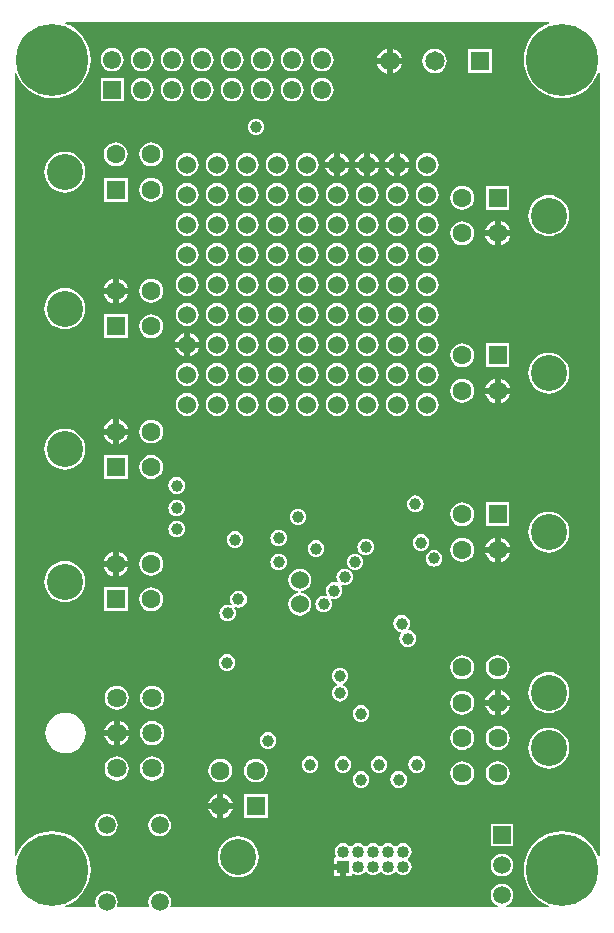
<source format=gbr>
%TF.GenerationSoftware,Altium Limited,Altium Designer,20.1.14 (287)*%
G04 Layer_Physical_Order=2*
G04 Layer_Color=36540*
%FSLAX25Y25*%
%MOIN*%
%TF.SameCoordinates,EAB65FBB-9CC0-4E70-8F82-B449C0BBF2B7*%
%TF.FilePolarity,Positive*%
%TF.FileFunction,Copper,L2,Inr,Signal*%
%TF.Part,Single*%
G01*
G75*
%TA.AperFunction,ComponentPad*%
%ADD16C,0.06102*%
%ADD17R,0.06102X0.06102*%
%ADD18C,0.06000*%
%ADD19C,0.12008*%
%ADD20C,0.06319*%
%ADD21R,0.06319X0.06319*%
%ADD22C,0.06378*%
%ADD23C,0.05898*%
%ADD24R,0.04000X0.04000*%
%ADD25C,0.04000*%
%ADD26R,0.06319X0.06319*%
%ADD27R,0.06496X0.06496*%
%ADD28C,0.06496*%
%ADD29C,0.06417*%
%ADD30R,0.05906X0.05906*%
%ADD31C,0.05906*%
%TA.AperFunction,ViaPad*%
%ADD32C,0.03937*%
%ADD33C,0.24000*%
G36*
X180456Y297500D02*
X180555Y297000D01*
X179177Y296429D01*
X177461Y295377D01*
X175930Y294070D01*
X174623Y292540D01*
X173571Y290823D01*
X172801Y288964D01*
X172331Y287007D01*
X172173Y285000D01*
X172331Y282993D01*
X172801Y281036D01*
X173571Y279177D01*
X174623Y277461D01*
X175930Y275930D01*
X177461Y274623D01*
X179177Y273571D01*
X181036Y272801D01*
X182993Y272331D01*
X185000Y272173D01*
X187007Y272331D01*
X188964Y272801D01*
X190823Y273571D01*
X192540Y274623D01*
X194070Y275930D01*
X195377Y277461D01*
X196429Y279177D01*
X197000Y280555D01*
X197500Y280456D01*
X197500Y19544D01*
X197000Y19444D01*
X196429Y20823D01*
X195377Y22539D01*
X194070Y24070D01*
X192540Y25377D01*
X190823Y26429D01*
X188964Y27199D01*
X187007Y27669D01*
X185000Y27827D01*
X182993Y27669D01*
X181036Y27199D01*
X179177Y26429D01*
X177461Y25377D01*
X175930Y24070D01*
X174623Y22539D01*
X173571Y20823D01*
X172801Y18964D01*
X172331Y17007D01*
X172173Y15000D01*
X172331Y12993D01*
X172801Y11036D01*
X173571Y9177D01*
X174623Y7461D01*
X175930Y5930D01*
X177461Y4623D01*
X179177Y3571D01*
X180555Y3000D01*
X180456Y2500D01*
X166423D01*
X166324Y3000D01*
X166886Y3233D01*
X167667Y3833D01*
X168267Y4614D01*
X168644Y5524D01*
X168772Y6500D01*
X168644Y7476D01*
X168267Y8386D01*
X167667Y9167D01*
X166886Y9767D01*
X165976Y10144D01*
X165000Y10272D01*
X164024Y10144D01*
X163114Y9767D01*
X162332Y9167D01*
X161733Y8386D01*
X161356Y7476D01*
X161228Y6500D01*
X161356Y5524D01*
X161733Y4614D01*
X162332Y3833D01*
X163114Y3233D01*
X163676Y3000D01*
X163577Y2500D01*
X54646D01*
X54368Y2916D01*
X54498Y3229D01*
X54627Y4205D01*
X54498Y5180D01*
X54122Y6089D01*
X53523Y6869D01*
X52742Y7468D01*
X51834Y7845D01*
X50858Y7973D01*
X49883Y7845D01*
X48974Y7468D01*
X48194Y6869D01*
X47595Y6089D01*
X47218Y5180D01*
X47090Y4205D01*
X47218Y3229D01*
X47348Y2916D01*
X47070Y2500D01*
X36930D01*
X36652Y2916D01*
X36782Y3229D01*
X36910Y4205D01*
X36782Y5180D01*
X36405Y6089D01*
X35806Y6869D01*
X35026Y7468D01*
X34117Y7845D01*
X33142Y7973D01*
X32166Y7845D01*
X31258Y7468D01*
X30477Y6869D01*
X29878Y6089D01*
X29502Y5180D01*
X29373Y4205D01*
X29502Y3229D01*
X29632Y2916D01*
X29354Y2500D01*
X19544D01*
X19444Y3000D01*
X20823Y3571D01*
X22539Y4623D01*
X24070Y5930D01*
X25377Y7461D01*
X26429Y9177D01*
X27199Y11036D01*
X27669Y12993D01*
X27827Y15000D01*
X27669Y17007D01*
X27199Y18964D01*
X26429Y20823D01*
X25377Y22539D01*
X24070Y24070D01*
X22539Y25377D01*
X20823Y26429D01*
X18964Y27199D01*
X17007Y27669D01*
X15000Y27827D01*
X12993Y27669D01*
X11036Y27199D01*
X9177Y26429D01*
X7461Y25377D01*
X5930Y24070D01*
X4623Y22539D01*
X3571Y20823D01*
X3000Y19444D01*
X2500Y19544D01*
Y280456D01*
X3000Y280556D01*
X3571Y279177D01*
X4623Y277461D01*
X5930Y275930D01*
X7461Y274623D01*
X9177Y273571D01*
X11036Y272801D01*
X12993Y272331D01*
X15000Y272173D01*
X17007Y272331D01*
X18964Y272801D01*
X20823Y273571D01*
X22539Y274623D01*
X24070Y275930D01*
X25377Y277461D01*
X26429Y279177D01*
X27199Y281036D01*
X27669Y282993D01*
X27827Y285000D01*
X27669Y287007D01*
X27199Y288964D01*
X26429Y290823D01*
X25377Y292540D01*
X24070Y294070D01*
X22539Y295377D01*
X20823Y296429D01*
X19444Y297000D01*
X19544Y297500D01*
X180456Y297500D01*
D02*
G37*
%LPC*%
G36*
X128500Y288653D02*
Y285500D01*
X131653D01*
X131639Y285609D01*
X131211Y286642D01*
X130530Y287530D01*
X129642Y288211D01*
X128609Y288639D01*
X128500Y288653D01*
D02*
G37*
G36*
X126500D02*
X126391Y288639D01*
X125358Y288211D01*
X124470Y287530D01*
X123789Y286642D01*
X123361Y285609D01*
X123347Y285500D01*
X126500D01*
Y288653D01*
D02*
G37*
G36*
X105000Y288872D02*
X103998Y288740D01*
X103064Y288353D01*
X102262Y287738D01*
X101647Y286936D01*
X101260Y286002D01*
X101128Y285000D01*
X101260Y283998D01*
X101647Y283064D01*
X102262Y282262D01*
X103064Y281647D01*
X103998Y281260D01*
X105000Y281128D01*
X106002Y281260D01*
X106936Y281647D01*
X107738Y282262D01*
X108353Y283064D01*
X108740Y283998D01*
X108872Y285000D01*
X108740Y286002D01*
X108353Y286936D01*
X107738Y287738D01*
X106936Y288353D01*
X106002Y288740D01*
X105000Y288872D01*
D02*
G37*
G36*
X95000D02*
X93998Y288740D01*
X93064Y288353D01*
X92262Y287738D01*
X91647Y286936D01*
X91260Y286002D01*
X91128Y285000D01*
X91260Y283998D01*
X91647Y283064D01*
X92262Y282262D01*
X93064Y281647D01*
X93998Y281260D01*
X95000Y281128D01*
X96002Y281260D01*
X96936Y281647D01*
X97738Y282262D01*
X98353Y283064D01*
X98740Y283998D01*
X98872Y285000D01*
X98740Y286002D01*
X98353Y286936D01*
X97738Y287738D01*
X96936Y288353D01*
X96002Y288740D01*
X95000Y288872D01*
D02*
G37*
G36*
X85000D02*
X83998Y288740D01*
X83064Y288353D01*
X82262Y287738D01*
X81647Y286936D01*
X81260Y286002D01*
X81128Y285000D01*
X81260Y283998D01*
X81647Y283064D01*
X82262Y282262D01*
X83064Y281647D01*
X83998Y281260D01*
X85000Y281128D01*
X86002Y281260D01*
X86936Y281647D01*
X87738Y282262D01*
X88353Y283064D01*
X88740Y283998D01*
X88872Y285000D01*
X88740Y286002D01*
X88353Y286936D01*
X87738Y287738D01*
X86936Y288353D01*
X86002Y288740D01*
X85000Y288872D01*
D02*
G37*
G36*
X75000D02*
X73998Y288740D01*
X73064Y288353D01*
X72262Y287738D01*
X71647Y286936D01*
X71260Y286002D01*
X71128Y285000D01*
X71260Y283998D01*
X71647Y283064D01*
X72262Y282262D01*
X73064Y281647D01*
X73998Y281260D01*
X75000Y281128D01*
X76002Y281260D01*
X76936Y281647D01*
X77738Y282262D01*
X78353Y283064D01*
X78740Y283998D01*
X78872Y285000D01*
X78740Y286002D01*
X78353Y286936D01*
X77738Y287738D01*
X76936Y288353D01*
X76002Y288740D01*
X75000Y288872D01*
D02*
G37*
G36*
X65000D02*
X63998Y288740D01*
X63064Y288353D01*
X62262Y287738D01*
X61647Y286936D01*
X61260Y286002D01*
X61128Y285000D01*
X61260Y283998D01*
X61647Y283064D01*
X62262Y282262D01*
X63064Y281647D01*
X63998Y281260D01*
X65000Y281128D01*
X66002Y281260D01*
X66936Y281647D01*
X67738Y282262D01*
X68353Y283064D01*
X68740Y283998D01*
X68872Y285000D01*
X68740Y286002D01*
X68353Y286936D01*
X67738Y287738D01*
X66936Y288353D01*
X66002Y288740D01*
X65000Y288872D01*
D02*
G37*
G36*
X55000D02*
X53998Y288740D01*
X53064Y288353D01*
X52262Y287738D01*
X51647Y286936D01*
X51260Y286002D01*
X51128Y285000D01*
X51260Y283998D01*
X51647Y283064D01*
X52262Y282262D01*
X53064Y281647D01*
X53998Y281260D01*
X55000Y281128D01*
X56002Y281260D01*
X56936Y281647D01*
X57738Y282262D01*
X58353Y283064D01*
X58740Y283998D01*
X58872Y285000D01*
X58740Y286002D01*
X58353Y286936D01*
X57738Y287738D01*
X56936Y288353D01*
X56002Y288740D01*
X55000Y288872D01*
D02*
G37*
G36*
X45000D02*
X43998Y288740D01*
X43064Y288353D01*
X42262Y287738D01*
X41647Y286936D01*
X41260Y286002D01*
X41128Y285000D01*
X41260Y283998D01*
X41647Y283064D01*
X42262Y282262D01*
X43064Y281647D01*
X43998Y281260D01*
X45000Y281128D01*
X46002Y281260D01*
X46936Y281647D01*
X47738Y282262D01*
X48353Y283064D01*
X48740Y283998D01*
X48872Y285000D01*
X48740Y286002D01*
X48353Y286936D01*
X47738Y287738D01*
X46936Y288353D01*
X46002Y288740D01*
X45000Y288872D01*
D02*
G37*
G36*
X35000D02*
X33998Y288740D01*
X33064Y288353D01*
X32262Y287738D01*
X31647Y286936D01*
X31260Y286002D01*
X31128Y285000D01*
X31260Y283998D01*
X31647Y283064D01*
X32262Y282262D01*
X33064Y281647D01*
X33998Y281260D01*
X35000Y281128D01*
X36002Y281260D01*
X36936Y281647D01*
X37738Y282262D01*
X38353Y283064D01*
X38740Y283998D01*
X38872Y285000D01*
X38740Y286002D01*
X38353Y286936D01*
X37738Y287738D01*
X36936Y288353D01*
X36002Y288740D01*
X35000Y288872D01*
D02*
G37*
G36*
X161535Y288535D02*
X153465D01*
Y280465D01*
X161535D01*
Y288535D01*
D02*
G37*
G36*
X142500Y288570D02*
X141446Y288432D01*
X140465Y288025D01*
X139622Y287378D01*
X138975Y286535D01*
X138568Y285554D01*
X138430Y284500D01*
X138568Y283447D01*
X138975Y282465D01*
X139622Y281622D01*
X140465Y280975D01*
X141446Y280568D01*
X142500Y280430D01*
X143553Y280568D01*
X144535Y280975D01*
X145378Y281622D01*
X146025Y282465D01*
X146432Y283447D01*
X146570Y284500D01*
X146432Y285554D01*
X146025Y286535D01*
X145378Y287378D01*
X144535Y288025D01*
X143553Y288432D01*
X142500Y288570D01*
D02*
G37*
G36*
X131653Y283500D02*
X128500D01*
Y280347D01*
X128609Y280361D01*
X129642Y280789D01*
X130530Y281470D01*
X131211Y282358D01*
X131639Y283391D01*
X131653Y283500D01*
D02*
G37*
G36*
X126500D02*
X123347D01*
X123361Y283391D01*
X123789Y282358D01*
X124470Y281470D01*
X125358Y280789D01*
X126391Y280361D01*
X126500Y280347D01*
Y283500D01*
D02*
G37*
G36*
X38839Y278839D02*
X31161D01*
Y271161D01*
X38839D01*
Y278839D01*
D02*
G37*
G36*
X105000Y278872D02*
X103998Y278740D01*
X103064Y278353D01*
X102262Y277738D01*
X101647Y276936D01*
X101260Y276002D01*
X101128Y275000D01*
X101260Y273998D01*
X101647Y273064D01*
X102262Y272262D01*
X103064Y271647D01*
X103998Y271260D01*
X105000Y271128D01*
X106002Y271260D01*
X106936Y271647D01*
X107738Y272262D01*
X108353Y273064D01*
X108740Y273998D01*
X108872Y275000D01*
X108740Y276002D01*
X108353Y276936D01*
X107738Y277738D01*
X106936Y278353D01*
X106002Y278740D01*
X105000Y278872D01*
D02*
G37*
G36*
X95000D02*
X93998Y278740D01*
X93064Y278353D01*
X92262Y277738D01*
X91647Y276936D01*
X91260Y276002D01*
X91128Y275000D01*
X91260Y273998D01*
X91647Y273064D01*
X92262Y272262D01*
X93064Y271647D01*
X93998Y271260D01*
X95000Y271128D01*
X96002Y271260D01*
X96936Y271647D01*
X97738Y272262D01*
X98353Y273064D01*
X98740Y273998D01*
X98872Y275000D01*
X98740Y276002D01*
X98353Y276936D01*
X97738Y277738D01*
X96936Y278353D01*
X96002Y278740D01*
X95000Y278872D01*
D02*
G37*
G36*
X85000D02*
X83998Y278740D01*
X83064Y278353D01*
X82262Y277738D01*
X81647Y276936D01*
X81260Y276002D01*
X81128Y275000D01*
X81260Y273998D01*
X81647Y273064D01*
X82262Y272262D01*
X83064Y271647D01*
X83998Y271260D01*
X85000Y271128D01*
X86002Y271260D01*
X86936Y271647D01*
X87738Y272262D01*
X88353Y273064D01*
X88740Y273998D01*
X88872Y275000D01*
X88740Y276002D01*
X88353Y276936D01*
X87738Y277738D01*
X86936Y278353D01*
X86002Y278740D01*
X85000Y278872D01*
D02*
G37*
G36*
X75000D02*
X73998Y278740D01*
X73064Y278353D01*
X72262Y277738D01*
X71647Y276936D01*
X71260Y276002D01*
X71128Y275000D01*
X71260Y273998D01*
X71647Y273064D01*
X72262Y272262D01*
X73064Y271647D01*
X73998Y271260D01*
X75000Y271128D01*
X76002Y271260D01*
X76936Y271647D01*
X77738Y272262D01*
X78353Y273064D01*
X78740Y273998D01*
X78872Y275000D01*
X78740Y276002D01*
X78353Y276936D01*
X77738Y277738D01*
X76936Y278353D01*
X76002Y278740D01*
X75000Y278872D01*
D02*
G37*
G36*
X65000D02*
X63998Y278740D01*
X63064Y278353D01*
X62262Y277738D01*
X61647Y276936D01*
X61260Y276002D01*
X61128Y275000D01*
X61260Y273998D01*
X61647Y273064D01*
X62262Y272262D01*
X63064Y271647D01*
X63998Y271260D01*
X65000Y271128D01*
X66002Y271260D01*
X66936Y271647D01*
X67738Y272262D01*
X68353Y273064D01*
X68740Y273998D01*
X68872Y275000D01*
X68740Y276002D01*
X68353Y276936D01*
X67738Y277738D01*
X66936Y278353D01*
X66002Y278740D01*
X65000Y278872D01*
D02*
G37*
G36*
X55000D02*
X53998Y278740D01*
X53064Y278353D01*
X52262Y277738D01*
X51647Y276936D01*
X51260Y276002D01*
X51128Y275000D01*
X51260Y273998D01*
X51647Y273064D01*
X52262Y272262D01*
X53064Y271647D01*
X53998Y271260D01*
X55000Y271128D01*
X56002Y271260D01*
X56936Y271647D01*
X57738Y272262D01*
X58353Y273064D01*
X58740Y273998D01*
X58872Y275000D01*
X58740Y276002D01*
X58353Y276936D01*
X57738Y277738D01*
X56936Y278353D01*
X56002Y278740D01*
X55000Y278872D01*
D02*
G37*
G36*
X45000D02*
X43998Y278740D01*
X43064Y278353D01*
X42262Y277738D01*
X41647Y276936D01*
X41260Y276002D01*
X41128Y275000D01*
X41260Y273998D01*
X41647Y273064D01*
X42262Y272262D01*
X43064Y271647D01*
X43998Y271260D01*
X45000Y271128D01*
X46002Y271260D01*
X46936Y271647D01*
X47738Y272262D01*
X48353Y273064D01*
X48740Y273998D01*
X48872Y275000D01*
X48740Y276002D01*
X48353Y276936D01*
X47738Y277738D01*
X46936Y278353D01*
X46002Y278740D01*
X45000Y278872D01*
D02*
G37*
G36*
X83000Y265280D02*
X82281Y265185D01*
X81610Y264907D01*
X81034Y264465D01*
X80593Y263890D01*
X80315Y263219D01*
X80220Y262500D01*
X80315Y261781D01*
X80593Y261110D01*
X81034Y260535D01*
X81610Y260093D01*
X82281Y259815D01*
X83000Y259720D01*
X83719Y259815D01*
X84390Y260093D01*
X84965Y260535D01*
X85407Y261110D01*
X85685Y261781D01*
X85780Y262500D01*
X85685Y263219D01*
X85407Y263890D01*
X84965Y264465D01*
X84390Y264907D01*
X83719Y265185D01*
X83000Y265280D01*
D02*
G37*
G36*
X131000Y253903D02*
Y251000D01*
X133903D01*
X133897Y251044D01*
X133494Y252017D01*
X132853Y252853D01*
X132017Y253494D01*
X131044Y253897D01*
X131000Y253903D01*
D02*
G37*
G36*
X121000D02*
Y251000D01*
X123903D01*
X123897Y251044D01*
X123494Y252017D01*
X122853Y252853D01*
X122017Y253494D01*
X121044Y253897D01*
X121000Y253903D01*
D02*
G37*
G36*
X111000D02*
Y251000D01*
X113903D01*
X113897Y251044D01*
X113494Y252017D01*
X112853Y252853D01*
X112017Y253494D01*
X111044Y253897D01*
X111000Y253903D01*
D02*
G37*
G36*
X119000D02*
X118956Y253897D01*
X117983Y253494D01*
X117147Y252853D01*
X116506Y252017D01*
X116103Y251044D01*
X116097Y251000D01*
X119000D01*
Y253903D01*
D02*
G37*
G36*
X129000D02*
X128956Y253897D01*
X127983Y253494D01*
X127147Y252853D01*
X126506Y252017D01*
X126103Y251044D01*
X126097Y251000D01*
X129000D01*
Y253903D01*
D02*
G37*
G36*
X109000D02*
X108956Y253897D01*
X107983Y253494D01*
X107147Y252853D01*
X106506Y252017D01*
X106103Y251044D01*
X106097Y251000D01*
X109000D01*
Y253903D01*
D02*
G37*
G36*
X48012Y257386D02*
X46981Y257251D01*
X46021Y256853D01*
X45197Y256220D01*
X44564Y255396D01*
X44167Y254436D01*
X44031Y253405D01*
X44167Y252375D01*
X44564Y251415D01*
X45197Y250591D01*
X46021Y249958D01*
X46981Y249560D01*
X48012Y249425D01*
X49042Y249560D01*
X50002Y249958D01*
X50827Y250591D01*
X51459Y251415D01*
X51857Y252375D01*
X51993Y253405D01*
X51857Y254436D01*
X51459Y255396D01*
X50827Y256220D01*
X50002Y256853D01*
X49042Y257251D01*
X48012Y257386D01*
D02*
G37*
G36*
X36201D02*
X35170Y257251D01*
X34210Y256853D01*
X33386Y256220D01*
X32753Y255396D01*
X32355Y254436D01*
X32220Y253405D01*
X32355Y252375D01*
X32753Y251415D01*
X33386Y250591D01*
X34210Y249958D01*
X35170Y249560D01*
X36201Y249425D01*
X37231Y249560D01*
X38191Y249958D01*
X39016Y250591D01*
X39648Y251415D01*
X40046Y252375D01*
X40182Y253405D01*
X40046Y254436D01*
X39648Y255396D01*
X39016Y256220D01*
X38191Y256853D01*
X37231Y257251D01*
X36201Y257386D01*
D02*
G37*
G36*
X140000Y253820D02*
X139011Y253690D01*
X138090Y253308D01*
X137299Y252701D01*
X136692Y251910D01*
X136310Y250989D01*
X136180Y250000D01*
X136310Y249011D01*
X136692Y248090D01*
X137299Y247299D01*
X138090Y246692D01*
X139011Y246310D01*
X140000Y246180D01*
X140989Y246310D01*
X141910Y246692D01*
X142701Y247299D01*
X143308Y248090D01*
X143690Y249011D01*
X143820Y250000D01*
X143690Y250989D01*
X143308Y251910D01*
X142701Y252701D01*
X141910Y253308D01*
X140989Y253690D01*
X140000Y253820D01*
D02*
G37*
G36*
X100000D02*
X99011Y253690D01*
X98090Y253308D01*
X97299Y252701D01*
X96692Y251910D01*
X96310Y250989D01*
X96180Y250000D01*
X96310Y249011D01*
X96692Y248090D01*
X97299Y247299D01*
X98090Y246692D01*
X99011Y246310D01*
X100000Y246180D01*
X100989Y246310D01*
X101910Y246692D01*
X102701Y247299D01*
X103308Y248090D01*
X103690Y249011D01*
X103820Y250000D01*
X103690Y250989D01*
X103308Y251910D01*
X102701Y252701D01*
X101910Y253308D01*
X100989Y253690D01*
X100000Y253820D01*
D02*
G37*
G36*
X90000D02*
X89011Y253690D01*
X88090Y253308D01*
X87299Y252701D01*
X86692Y251910D01*
X86310Y250989D01*
X86180Y250000D01*
X86310Y249011D01*
X86692Y248090D01*
X87299Y247299D01*
X88090Y246692D01*
X89011Y246310D01*
X90000Y246180D01*
X90989Y246310D01*
X91910Y246692D01*
X92701Y247299D01*
X93308Y248090D01*
X93690Y249011D01*
X93820Y250000D01*
X93690Y250989D01*
X93308Y251910D01*
X92701Y252701D01*
X91910Y253308D01*
X90989Y253690D01*
X90000Y253820D01*
D02*
G37*
G36*
X80000D02*
X79011Y253690D01*
X78090Y253308D01*
X77299Y252701D01*
X76692Y251910D01*
X76310Y250989D01*
X76180Y250000D01*
X76310Y249011D01*
X76692Y248090D01*
X77299Y247299D01*
X78090Y246692D01*
X79011Y246310D01*
X80000Y246180D01*
X80989Y246310D01*
X81910Y246692D01*
X82701Y247299D01*
X83308Y248090D01*
X83690Y249011D01*
X83820Y250000D01*
X83690Y250989D01*
X83308Y251910D01*
X82701Y252701D01*
X81910Y253308D01*
X80989Y253690D01*
X80000Y253820D01*
D02*
G37*
G36*
X70000D02*
X69011Y253690D01*
X68090Y253308D01*
X67299Y252701D01*
X66692Y251910D01*
X66310Y250989D01*
X66180Y250000D01*
X66310Y249011D01*
X66692Y248090D01*
X67299Y247299D01*
X68090Y246692D01*
X69011Y246310D01*
X70000Y246180D01*
X70989Y246310D01*
X71910Y246692D01*
X72701Y247299D01*
X73308Y248090D01*
X73690Y249011D01*
X73820Y250000D01*
X73690Y250989D01*
X73308Y251910D01*
X72701Y252701D01*
X71910Y253308D01*
X70989Y253690D01*
X70000Y253820D01*
D02*
G37*
G36*
X60000D02*
X59011Y253690D01*
X58090Y253308D01*
X57299Y252701D01*
X56692Y251910D01*
X56310Y250989D01*
X56180Y250000D01*
X56310Y249011D01*
X56692Y248090D01*
X57299Y247299D01*
X58090Y246692D01*
X59011Y246310D01*
X60000Y246180D01*
X60989Y246310D01*
X61910Y246692D01*
X62701Y247299D01*
X63308Y248090D01*
X63690Y249011D01*
X63820Y250000D01*
X63690Y250989D01*
X63308Y251910D01*
X62701Y252701D01*
X61910Y253308D01*
X60989Y253690D01*
X60000Y253820D01*
D02*
G37*
G36*
X113903Y249000D02*
X111000D01*
Y246097D01*
X111044Y246103D01*
X112017Y246506D01*
X112853Y247147D01*
X113494Y247983D01*
X113897Y248956D01*
X113903Y249000D01*
D02*
G37*
G36*
X133903D02*
X131000D01*
Y246097D01*
X131044Y246103D01*
X132017Y246506D01*
X132853Y247147D01*
X133494Y247983D01*
X133897Y248956D01*
X133903Y249000D01*
D02*
G37*
G36*
X123903D02*
X121000D01*
Y246097D01*
X121044Y246103D01*
X122017Y246506D01*
X122853Y247147D01*
X123494Y247983D01*
X123897Y248956D01*
X123903Y249000D01*
D02*
G37*
G36*
X119000D02*
X116097D01*
X116103Y248956D01*
X116506Y247983D01*
X117147Y247147D01*
X117983Y246506D01*
X118956Y246103D01*
X119000Y246097D01*
Y249000D01*
D02*
G37*
G36*
X129000D02*
X126097D01*
X126103Y248956D01*
X126506Y247983D01*
X127147Y247147D01*
X127983Y246506D01*
X128956Y246103D01*
X129000Y246097D01*
Y249000D01*
D02*
G37*
G36*
X109000D02*
X106097D01*
X106103Y248956D01*
X106506Y247983D01*
X107147Y247147D01*
X107983Y246506D01*
X108956Y246103D01*
X109000Y246097D01*
Y249000D01*
D02*
G37*
G36*
X19193Y254324D02*
X17862Y254193D01*
X16581Y253805D01*
X15402Y253174D01*
X14367Y252325D01*
X13519Y251291D01*
X12888Y250112D01*
X12500Y248831D01*
X12369Y247500D01*
X12500Y246169D01*
X12888Y244888D01*
X13519Y243709D01*
X14367Y242675D01*
X15402Y241826D01*
X16581Y241195D01*
X17862Y240807D01*
X19193Y240676D01*
X20524Y240807D01*
X21804Y241195D01*
X22984Y241826D01*
X24018Y242675D01*
X24867Y243709D01*
X25498Y244888D01*
X25886Y246169D01*
X26017Y247500D01*
X25886Y248831D01*
X25498Y250112D01*
X24867Y251291D01*
X24018Y252325D01*
X22984Y253174D01*
X21804Y253805D01*
X20524Y254193D01*
X19193Y254324D01*
D02*
G37*
G36*
X40148Y245541D02*
X32254D01*
Y237648D01*
X40148D01*
Y245541D01*
D02*
G37*
G36*
X48012Y245575D02*
X46981Y245440D01*
X46021Y245042D01*
X45197Y244409D01*
X44564Y243585D01*
X44167Y242625D01*
X44031Y241595D01*
X44167Y240564D01*
X44564Y239604D01*
X45197Y238780D01*
X46021Y238147D01*
X46981Y237749D01*
X48012Y237614D01*
X49042Y237749D01*
X50002Y238147D01*
X50827Y238780D01*
X51459Y239604D01*
X51857Y240564D01*
X51993Y241595D01*
X51857Y242625D01*
X51459Y243585D01*
X50827Y244409D01*
X50002Y245042D01*
X49042Y245440D01*
X48012Y245575D01*
D02*
G37*
G36*
X140000Y243820D02*
X139011Y243690D01*
X138090Y243308D01*
X137299Y242701D01*
X136692Y241910D01*
X136310Y240989D01*
X136180Y240000D01*
X136310Y239011D01*
X136692Y238090D01*
X137299Y237299D01*
X138090Y236692D01*
X139011Y236310D01*
X140000Y236180D01*
X140989Y236310D01*
X141910Y236692D01*
X142701Y237299D01*
X143308Y238090D01*
X143690Y239011D01*
X143820Y240000D01*
X143690Y240989D01*
X143308Y241910D01*
X142701Y242701D01*
X141910Y243308D01*
X140989Y243690D01*
X140000Y243820D01*
D02*
G37*
G36*
X130000D02*
X129011Y243690D01*
X128090Y243308D01*
X127299Y242701D01*
X126692Y241910D01*
X126310Y240989D01*
X126180Y240000D01*
X126310Y239011D01*
X126692Y238090D01*
X127299Y237299D01*
X128090Y236692D01*
X129011Y236310D01*
X130000Y236180D01*
X130989Y236310D01*
X131910Y236692D01*
X132701Y237299D01*
X133308Y238090D01*
X133690Y239011D01*
X133820Y240000D01*
X133690Y240989D01*
X133308Y241910D01*
X132701Y242701D01*
X131910Y243308D01*
X130989Y243690D01*
X130000Y243820D01*
D02*
G37*
G36*
X120000D02*
X119011Y243690D01*
X118090Y243308D01*
X117299Y242701D01*
X116692Y241910D01*
X116310Y240989D01*
X116180Y240000D01*
X116310Y239011D01*
X116692Y238090D01*
X117299Y237299D01*
X118090Y236692D01*
X119011Y236310D01*
X120000Y236180D01*
X120989Y236310D01*
X121910Y236692D01*
X122701Y237299D01*
X123308Y238090D01*
X123690Y239011D01*
X123820Y240000D01*
X123690Y240989D01*
X123308Y241910D01*
X122701Y242701D01*
X121910Y243308D01*
X120989Y243690D01*
X120000Y243820D01*
D02*
G37*
G36*
X110000D02*
X109011Y243690D01*
X108090Y243308D01*
X107299Y242701D01*
X106692Y241910D01*
X106310Y240989D01*
X106180Y240000D01*
X106310Y239011D01*
X106692Y238090D01*
X107299Y237299D01*
X108090Y236692D01*
X109011Y236310D01*
X110000Y236180D01*
X110989Y236310D01*
X111910Y236692D01*
X112701Y237299D01*
X113308Y238090D01*
X113690Y239011D01*
X113820Y240000D01*
X113690Y240989D01*
X113308Y241910D01*
X112701Y242701D01*
X111910Y243308D01*
X110989Y243690D01*
X110000Y243820D01*
D02*
G37*
G36*
X100000D02*
X99011Y243690D01*
X98090Y243308D01*
X97299Y242701D01*
X96692Y241910D01*
X96310Y240989D01*
X96180Y240000D01*
X96310Y239011D01*
X96692Y238090D01*
X97299Y237299D01*
X98090Y236692D01*
X99011Y236310D01*
X100000Y236180D01*
X100989Y236310D01*
X101910Y236692D01*
X102701Y237299D01*
X103308Y238090D01*
X103690Y239011D01*
X103820Y240000D01*
X103690Y240989D01*
X103308Y241910D01*
X102701Y242701D01*
X101910Y243308D01*
X100989Y243690D01*
X100000Y243820D01*
D02*
G37*
G36*
X90000D02*
X89011Y243690D01*
X88090Y243308D01*
X87299Y242701D01*
X86692Y241910D01*
X86310Y240989D01*
X86180Y240000D01*
X86310Y239011D01*
X86692Y238090D01*
X87299Y237299D01*
X88090Y236692D01*
X89011Y236310D01*
X90000Y236180D01*
X90989Y236310D01*
X91910Y236692D01*
X92701Y237299D01*
X93308Y238090D01*
X93690Y239011D01*
X93820Y240000D01*
X93690Y240989D01*
X93308Y241910D01*
X92701Y242701D01*
X91910Y243308D01*
X90989Y243690D01*
X90000Y243820D01*
D02*
G37*
G36*
X80000D02*
X79011Y243690D01*
X78090Y243308D01*
X77299Y242701D01*
X76692Y241910D01*
X76310Y240989D01*
X76180Y240000D01*
X76310Y239011D01*
X76692Y238090D01*
X77299Y237299D01*
X78090Y236692D01*
X79011Y236310D01*
X80000Y236180D01*
X80989Y236310D01*
X81910Y236692D01*
X82701Y237299D01*
X83308Y238090D01*
X83690Y239011D01*
X83820Y240000D01*
X83690Y240989D01*
X83308Y241910D01*
X82701Y242701D01*
X81910Y243308D01*
X80989Y243690D01*
X80000Y243820D01*
D02*
G37*
G36*
X70000D02*
X69011Y243690D01*
X68090Y243308D01*
X67299Y242701D01*
X66692Y241910D01*
X66310Y240989D01*
X66180Y240000D01*
X66310Y239011D01*
X66692Y238090D01*
X67299Y237299D01*
X68090Y236692D01*
X69011Y236310D01*
X70000Y236180D01*
X70989Y236310D01*
X71910Y236692D01*
X72701Y237299D01*
X73308Y238090D01*
X73690Y239011D01*
X73820Y240000D01*
X73690Y240989D01*
X73308Y241910D01*
X72701Y242701D01*
X71910Y243308D01*
X70989Y243690D01*
X70000Y243820D01*
D02*
G37*
G36*
X60000D02*
X59011Y243690D01*
X58090Y243308D01*
X57299Y242701D01*
X56692Y241910D01*
X56310Y240989D01*
X56180Y240000D01*
X56310Y239011D01*
X56692Y238090D01*
X57299Y237299D01*
X58090Y236692D01*
X59011Y236310D01*
X60000Y236180D01*
X60989Y236310D01*
X61910Y236692D01*
X62701Y237299D01*
X63308Y238090D01*
X63690Y239011D01*
X63820Y240000D01*
X63690Y240989D01*
X63308Y241910D01*
X62701Y242701D01*
X61910Y243308D01*
X60989Y243690D01*
X60000Y243820D01*
D02*
G37*
G36*
X167439Y242852D02*
X159545D01*
Y234959D01*
X167439D01*
Y242852D01*
D02*
G37*
G36*
X151681Y242886D02*
X150651Y242751D01*
X149691Y242353D01*
X148866Y241720D01*
X148233Y240896D01*
X147836Y239936D01*
X147700Y238906D01*
X147836Y237875D01*
X148233Y236915D01*
X148866Y236091D01*
X149691Y235458D01*
X150651Y235060D01*
X151681Y234925D01*
X152711Y235060D01*
X153672Y235458D01*
X154496Y236091D01*
X155129Y236915D01*
X155526Y237875D01*
X155662Y238906D01*
X155526Y239936D01*
X155129Y240896D01*
X154496Y241720D01*
X153672Y242353D01*
X152711Y242751D01*
X151681Y242886D01*
D02*
G37*
G36*
X164492Y231158D02*
Y228095D01*
X167556D01*
X167544Y228180D01*
X167125Y229192D01*
X166459Y230061D01*
X165590Y230728D01*
X164578Y231147D01*
X164492Y231158D01*
D02*
G37*
G36*
X162492D02*
X162406Y231147D01*
X161395Y230728D01*
X160526Y230061D01*
X159859Y229192D01*
X159440Y228180D01*
X159428Y228095D01*
X162492D01*
Y231158D01*
D02*
G37*
G36*
X140000Y233820D02*
X139011Y233690D01*
X138090Y233308D01*
X137299Y232701D01*
X136692Y231910D01*
X136310Y230989D01*
X136180Y230000D01*
X136310Y229011D01*
X136692Y228090D01*
X137299Y227299D01*
X138090Y226692D01*
X139011Y226310D01*
X140000Y226180D01*
X140989Y226310D01*
X141910Y226692D01*
X142701Y227299D01*
X143308Y228090D01*
X143690Y229011D01*
X143820Y230000D01*
X143690Y230989D01*
X143308Y231910D01*
X142701Y232701D01*
X141910Y233308D01*
X140989Y233690D01*
X140000Y233820D01*
D02*
G37*
G36*
X130000D02*
X129011Y233690D01*
X128090Y233308D01*
X127299Y232701D01*
X126692Y231910D01*
X126310Y230989D01*
X126180Y230000D01*
X126310Y229011D01*
X126692Y228090D01*
X127299Y227299D01*
X128090Y226692D01*
X129011Y226310D01*
X130000Y226180D01*
X130989Y226310D01*
X131910Y226692D01*
X132701Y227299D01*
X133308Y228090D01*
X133690Y229011D01*
X133820Y230000D01*
X133690Y230989D01*
X133308Y231910D01*
X132701Y232701D01*
X131910Y233308D01*
X130989Y233690D01*
X130000Y233820D01*
D02*
G37*
G36*
X120000D02*
X119011Y233690D01*
X118090Y233308D01*
X117299Y232701D01*
X116692Y231910D01*
X116310Y230989D01*
X116180Y230000D01*
X116310Y229011D01*
X116692Y228090D01*
X117299Y227299D01*
X118090Y226692D01*
X119011Y226310D01*
X120000Y226180D01*
X120989Y226310D01*
X121910Y226692D01*
X122701Y227299D01*
X123308Y228090D01*
X123690Y229011D01*
X123820Y230000D01*
X123690Y230989D01*
X123308Y231910D01*
X122701Y232701D01*
X121910Y233308D01*
X120989Y233690D01*
X120000Y233820D01*
D02*
G37*
G36*
X110000D02*
X109011Y233690D01*
X108090Y233308D01*
X107299Y232701D01*
X106692Y231910D01*
X106310Y230989D01*
X106180Y230000D01*
X106310Y229011D01*
X106692Y228090D01*
X107299Y227299D01*
X108090Y226692D01*
X109011Y226310D01*
X110000Y226180D01*
X110989Y226310D01*
X111910Y226692D01*
X112701Y227299D01*
X113308Y228090D01*
X113690Y229011D01*
X113820Y230000D01*
X113690Y230989D01*
X113308Y231910D01*
X112701Y232701D01*
X111910Y233308D01*
X110989Y233690D01*
X110000Y233820D01*
D02*
G37*
G36*
X100000D02*
X99011Y233690D01*
X98090Y233308D01*
X97299Y232701D01*
X96692Y231910D01*
X96310Y230989D01*
X96180Y230000D01*
X96310Y229011D01*
X96692Y228090D01*
X97299Y227299D01*
X98090Y226692D01*
X99011Y226310D01*
X100000Y226180D01*
X100989Y226310D01*
X101910Y226692D01*
X102701Y227299D01*
X103308Y228090D01*
X103690Y229011D01*
X103820Y230000D01*
X103690Y230989D01*
X103308Y231910D01*
X102701Y232701D01*
X101910Y233308D01*
X100989Y233690D01*
X100000Y233820D01*
D02*
G37*
G36*
X90000D02*
X89011Y233690D01*
X88090Y233308D01*
X87299Y232701D01*
X86692Y231910D01*
X86310Y230989D01*
X86180Y230000D01*
X86310Y229011D01*
X86692Y228090D01*
X87299Y227299D01*
X88090Y226692D01*
X89011Y226310D01*
X90000Y226180D01*
X90989Y226310D01*
X91910Y226692D01*
X92701Y227299D01*
X93308Y228090D01*
X93690Y229011D01*
X93820Y230000D01*
X93690Y230989D01*
X93308Y231910D01*
X92701Y232701D01*
X91910Y233308D01*
X90989Y233690D01*
X90000Y233820D01*
D02*
G37*
G36*
X80000D02*
X79011Y233690D01*
X78090Y233308D01*
X77299Y232701D01*
X76692Y231910D01*
X76310Y230989D01*
X76180Y230000D01*
X76310Y229011D01*
X76692Y228090D01*
X77299Y227299D01*
X78090Y226692D01*
X79011Y226310D01*
X80000Y226180D01*
X80989Y226310D01*
X81910Y226692D01*
X82701Y227299D01*
X83308Y228090D01*
X83690Y229011D01*
X83820Y230000D01*
X83690Y230989D01*
X83308Y231910D01*
X82701Y232701D01*
X81910Y233308D01*
X80989Y233690D01*
X80000Y233820D01*
D02*
G37*
G36*
X70000D02*
X69011Y233690D01*
X68090Y233308D01*
X67299Y232701D01*
X66692Y231910D01*
X66310Y230989D01*
X66180Y230000D01*
X66310Y229011D01*
X66692Y228090D01*
X67299Y227299D01*
X68090Y226692D01*
X69011Y226310D01*
X70000Y226180D01*
X70989Y226310D01*
X71910Y226692D01*
X72701Y227299D01*
X73308Y228090D01*
X73690Y229011D01*
X73820Y230000D01*
X73690Y230989D01*
X73308Y231910D01*
X72701Y232701D01*
X71910Y233308D01*
X70989Y233690D01*
X70000Y233820D01*
D02*
G37*
G36*
X60000D02*
X59011Y233690D01*
X58090Y233308D01*
X57299Y232701D01*
X56692Y231910D01*
X56310Y230989D01*
X56180Y230000D01*
X56310Y229011D01*
X56692Y228090D01*
X57299Y227299D01*
X58090Y226692D01*
X59011Y226310D01*
X60000Y226180D01*
X60989Y226310D01*
X61910Y226692D01*
X62701Y227299D01*
X63308Y228090D01*
X63690Y229011D01*
X63820Y230000D01*
X63690Y230989D01*
X63308Y231910D01*
X62701Y232701D01*
X61910Y233308D01*
X60989Y233690D01*
X60000Y233820D01*
D02*
G37*
G36*
X180500Y239824D02*
X179169Y239693D01*
X177889Y239305D01*
X176709Y238674D01*
X175675Y237825D01*
X174826Y236791D01*
X174195Y235612D01*
X173807Y234331D01*
X173676Y233000D01*
X173807Y231669D01*
X174195Y230388D01*
X174826Y229209D01*
X175675Y228175D01*
X176709Y227326D01*
X177889Y226695D01*
X179169Y226307D01*
X180500Y226176D01*
X181831Y226307D01*
X183112Y226695D01*
X184291Y227326D01*
X185325Y228175D01*
X186174Y229209D01*
X186805Y230388D01*
X187193Y231669D01*
X187324Y233000D01*
X187193Y234331D01*
X186805Y235612D01*
X186174Y236791D01*
X185325Y237825D01*
X184291Y238674D01*
X183112Y239305D01*
X181831Y239693D01*
X180500Y239824D01*
D02*
G37*
G36*
X151681Y231075D02*
X150651Y230940D01*
X149691Y230542D01*
X148866Y229909D01*
X148233Y229085D01*
X147836Y228125D01*
X147700Y227095D01*
X147836Y226064D01*
X148233Y225104D01*
X148866Y224280D01*
X149691Y223647D01*
X150651Y223249D01*
X151681Y223114D01*
X152711Y223249D01*
X153672Y223647D01*
X154496Y224280D01*
X155129Y225104D01*
X155526Y226064D01*
X155662Y227095D01*
X155526Y228125D01*
X155129Y229085D01*
X154496Y229909D01*
X153672Y230542D01*
X152711Y230940D01*
X151681Y231075D01*
D02*
G37*
G36*
X162492Y226095D02*
X159428D01*
X159440Y226009D01*
X159859Y224997D01*
X160526Y224128D01*
X161395Y223461D01*
X162406Y223042D01*
X162492Y223031D01*
Y226095D01*
D02*
G37*
G36*
X167556D02*
X164492D01*
Y223031D01*
X164578Y223042D01*
X165590Y223461D01*
X166459Y224128D01*
X167125Y224997D01*
X167544Y226009D01*
X167556Y226095D01*
D02*
G37*
G36*
X140000Y223820D02*
X139011Y223690D01*
X138090Y223308D01*
X137299Y222701D01*
X136692Y221910D01*
X136310Y220989D01*
X136180Y220000D01*
X136310Y219011D01*
X136692Y218090D01*
X137299Y217299D01*
X138090Y216692D01*
X139011Y216310D01*
X140000Y216180D01*
X140989Y216310D01*
X141910Y216692D01*
X142701Y217299D01*
X143308Y218090D01*
X143690Y219011D01*
X143820Y220000D01*
X143690Y220989D01*
X143308Y221910D01*
X142701Y222701D01*
X141910Y223308D01*
X140989Y223690D01*
X140000Y223820D01*
D02*
G37*
G36*
X130000D02*
X129011Y223690D01*
X128090Y223308D01*
X127299Y222701D01*
X126692Y221910D01*
X126310Y220989D01*
X126180Y220000D01*
X126310Y219011D01*
X126692Y218090D01*
X127299Y217299D01*
X128090Y216692D01*
X129011Y216310D01*
X130000Y216180D01*
X130989Y216310D01*
X131910Y216692D01*
X132701Y217299D01*
X133308Y218090D01*
X133690Y219011D01*
X133820Y220000D01*
X133690Y220989D01*
X133308Y221910D01*
X132701Y222701D01*
X131910Y223308D01*
X130989Y223690D01*
X130000Y223820D01*
D02*
G37*
G36*
X120000D02*
X119011Y223690D01*
X118090Y223308D01*
X117299Y222701D01*
X116692Y221910D01*
X116310Y220989D01*
X116180Y220000D01*
X116310Y219011D01*
X116692Y218090D01*
X117299Y217299D01*
X118090Y216692D01*
X119011Y216310D01*
X120000Y216180D01*
X120989Y216310D01*
X121910Y216692D01*
X122701Y217299D01*
X123308Y218090D01*
X123690Y219011D01*
X123820Y220000D01*
X123690Y220989D01*
X123308Y221910D01*
X122701Y222701D01*
X121910Y223308D01*
X120989Y223690D01*
X120000Y223820D01*
D02*
G37*
G36*
X110000D02*
X109011Y223690D01*
X108090Y223308D01*
X107299Y222701D01*
X106692Y221910D01*
X106310Y220989D01*
X106180Y220000D01*
X106310Y219011D01*
X106692Y218090D01*
X107299Y217299D01*
X108090Y216692D01*
X109011Y216310D01*
X110000Y216180D01*
X110989Y216310D01*
X111910Y216692D01*
X112701Y217299D01*
X113308Y218090D01*
X113690Y219011D01*
X113820Y220000D01*
X113690Y220989D01*
X113308Y221910D01*
X112701Y222701D01*
X111910Y223308D01*
X110989Y223690D01*
X110000Y223820D01*
D02*
G37*
G36*
X100000D02*
X99011Y223690D01*
X98090Y223308D01*
X97299Y222701D01*
X96692Y221910D01*
X96310Y220989D01*
X96180Y220000D01*
X96310Y219011D01*
X96692Y218090D01*
X97299Y217299D01*
X98090Y216692D01*
X99011Y216310D01*
X100000Y216180D01*
X100989Y216310D01*
X101910Y216692D01*
X102701Y217299D01*
X103308Y218090D01*
X103690Y219011D01*
X103820Y220000D01*
X103690Y220989D01*
X103308Y221910D01*
X102701Y222701D01*
X101910Y223308D01*
X100989Y223690D01*
X100000Y223820D01*
D02*
G37*
G36*
X90000D02*
X89011Y223690D01*
X88090Y223308D01*
X87299Y222701D01*
X86692Y221910D01*
X86310Y220989D01*
X86180Y220000D01*
X86310Y219011D01*
X86692Y218090D01*
X87299Y217299D01*
X88090Y216692D01*
X89011Y216310D01*
X90000Y216180D01*
X90989Y216310D01*
X91910Y216692D01*
X92701Y217299D01*
X93308Y218090D01*
X93690Y219011D01*
X93820Y220000D01*
X93690Y220989D01*
X93308Y221910D01*
X92701Y222701D01*
X91910Y223308D01*
X90989Y223690D01*
X90000Y223820D01*
D02*
G37*
G36*
X80000D02*
X79011Y223690D01*
X78090Y223308D01*
X77299Y222701D01*
X76692Y221910D01*
X76310Y220989D01*
X76180Y220000D01*
X76310Y219011D01*
X76692Y218090D01*
X77299Y217299D01*
X78090Y216692D01*
X79011Y216310D01*
X80000Y216180D01*
X80989Y216310D01*
X81910Y216692D01*
X82701Y217299D01*
X83308Y218090D01*
X83690Y219011D01*
X83820Y220000D01*
X83690Y220989D01*
X83308Y221910D01*
X82701Y222701D01*
X81910Y223308D01*
X80989Y223690D01*
X80000Y223820D01*
D02*
G37*
G36*
X70000D02*
X69011Y223690D01*
X68090Y223308D01*
X67299Y222701D01*
X66692Y221910D01*
X66310Y220989D01*
X66180Y220000D01*
X66310Y219011D01*
X66692Y218090D01*
X67299Y217299D01*
X68090Y216692D01*
X69011Y216310D01*
X70000Y216180D01*
X70989Y216310D01*
X71910Y216692D01*
X72701Y217299D01*
X73308Y218090D01*
X73690Y219011D01*
X73820Y220000D01*
X73690Y220989D01*
X73308Y221910D01*
X72701Y222701D01*
X71910Y223308D01*
X70989Y223690D01*
X70000Y223820D01*
D02*
G37*
G36*
X60000D02*
X59011Y223690D01*
X58090Y223308D01*
X57299Y222701D01*
X56692Y221910D01*
X56310Y220989D01*
X56180Y220000D01*
X56310Y219011D01*
X56692Y218090D01*
X57299Y217299D01*
X58090Y216692D01*
X59011Y216310D01*
X60000Y216180D01*
X60989Y216310D01*
X61910Y216692D01*
X62701Y217299D01*
X63308Y218090D01*
X63690Y219011D01*
X63820Y220000D01*
X63690Y220989D01*
X63308Y221910D01*
X62701Y222701D01*
X61910Y223308D01*
X60989Y223690D01*
X60000Y223820D01*
D02*
G37*
G36*
X37201Y211969D02*
Y208906D01*
X40264D01*
X40253Y208991D01*
X39834Y210003D01*
X39167Y210872D01*
X38298Y211539D01*
X37287Y211958D01*
X37201Y211969D01*
D02*
G37*
G36*
X35201D02*
X35115Y211958D01*
X34103Y211539D01*
X33234Y210872D01*
X32568Y210003D01*
X32148Y208991D01*
X32137Y208906D01*
X35201D01*
Y211969D01*
D02*
G37*
G36*
X140000Y213820D02*
X139011Y213690D01*
X138090Y213308D01*
X137299Y212701D01*
X136692Y211910D01*
X136310Y210989D01*
X136180Y210000D01*
X136310Y209011D01*
X136692Y208090D01*
X137299Y207299D01*
X138090Y206692D01*
X139011Y206310D01*
X140000Y206180D01*
X140989Y206310D01*
X141910Y206692D01*
X142701Y207299D01*
X143308Y208090D01*
X143690Y209011D01*
X143820Y210000D01*
X143690Y210989D01*
X143308Y211910D01*
X142701Y212701D01*
X141910Y213308D01*
X140989Y213690D01*
X140000Y213820D01*
D02*
G37*
G36*
X130000D02*
X129011Y213690D01*
X128090Y213308D01*
X127299Y212701D01*
X126692Y211910D01*
X126310Y210989D01*
X126180Y210000D01*
X126310Y209011D01*
X126692Y208090D01*
X127299Y207299D01*
X128090Y206692D01*
X129011Y206310D01*
X130000Y206180D01*
X130989Y206310D01*
X131910Y206692D01*
X132701Y207299D01*
X133308Y208090D01*
X133690Y209011D01*
X133820Y210000D01*
X133690Y210989D01*
X133308Y211910D01*
X132701Y212701D01*
X131910Y213308D01*
X130989Y213690D01*
X130000Y213820D01*
D02*
G37*
G36*
X120000D02*
X119011Y213690D01*
X118090Y213308D01*
X117299Y212701D01*
X116692Y211910D01*
X116310Y210989D01*
X116180Y210000D01*
X116310Y209011D01*
X116692Y208090D01*
X117299Y207299D01*
X118090Y206692D01*
X119011Y206310D01*
X120000Y206180D01*
X120989Y206310D01*
X121910Y206692D01*
X122701Y207299D01*
X123308Y208090D01*
X123690Y209011D01*
X123820Y210000D01*
X123690Y210989D01*
X123308Y211910D01*
X122701Y212701D01*
X121910Y213308D01*
X120989Y213690D01*
X120000Y213820D01*
D02*
G37*
G36*
X110000D02*
X109011Y213690D01*
X108090Y213308D01*
X107299Y212701D01*
X106692Y211910D01*
X106310Y210989D01*
X106180Y210000D01*
X106310Y209011D01*
X106692Y208090D01*
X107299Y207299D01*
X108090Y206692D01*
X109011Y206310D01*
X110000Y206180D01*
X110989Y206310D01*
X111910Y206692D01*
X112701Y207299D01*
X113308Y208090D01*
X113690Y209011D01*
X113820Y210000D01*
X113690Y210989D01*
X113308Y211910D01*
X112701Y212701D01*
X111910Y213308D01*
X110989Y213690D01*
X110000Y213820D01*
D02*
G37*
G36*
X100000D02*
X99011Y213690D01*
X98090Y213308D01*
X97299Y212701D01*
X96692Y211910D01*
X96310Y210989D01*
X96180Y210000D01*
X96310Y209011D01*
X96692Y208090D01*
X97299Y207299D01*
X98090Y206692D01*
X99011Y206310D01*
X100000Y206180D01*
X100989Y206310D01*
X101910Y206692D01*
X102701Y207299D01*
X103308Y208090D01*
X103690Y209011D01*
X103820Y210000D01*
X103690Y210989D01*
X103308Y211910D01*
X102701Y212701D01*
X101910Y213308D01*
X100989Y213690D01*
X100000Y213820D01*
D02*
G37*
G36*
X90000D02*
X89011Y213690D01*
X88090Y213308D01*
X87299Y212701D01*
X86692Y211910D01*
X86310Y210989D01*
X86180Y210000D01*
X86310Y209011D01*
X86692Y208090D01*
X87299Y207299D01*
X88090Y206692D01*
X89011Y206310D01*
X90000Y206180D01*
X90989Y206310D01*
X91910Y206692D01*
X92701Y207299D01*
X93308Y208090D01*
X93690Y209011D01*
X93820Y210000D01*
X93690Y210989D01*
X93308Y211910D01*
X92701Y212701D01*
X91910Y213308D01*
X90989Y213690D01*
X90000Y213820D01*
D02*
G37*
G36*
X80000D02*
X79011Y213690D01*
X78090Y213308D01*
X77299Y212701D01*
X76692Y211910D01*
X76310Y210989D01*
X76180Y210000D01*
X76310Y209011D01*
X76692Y208090D01*
X77299Y207299D01*
X78090Y206692D01*
X79011Y206310D01*
X80000Y206180D01*
X80989Y206310D01*
X81910Y206692D01*
X82701Y207299D01*
X83308Y208090D01*
X83690Y209011D01*
X83820Y210000D01*
X83690Y210989D01*
X83308Y211910D01*
X82701Y212701D01*
X81910Y213308D01*
X80989Y213690D01*
X80000Y213820D01*
D02*
G37*
G36*
X70000D02*
X69011Y213690D01*
X68090Y213308D01*
X67299Y212701D01*
X66692Y211910D01*
X66310Y210989D01*
X66180Y210000D01*
X66310Y209011D01*
X66692Y208090D01*
X67299Y207299D01*
X68090Y206692D01*
X69011Y206310D01*
X70000Y206180D01*
X70989Y206310D01*
X71910Y206692D01*
X72701Y207299D01*
X73308Y208090D01*
X73690Y209011D01*
X73820Y210000D01*
X73690Y210989D01*
X73308Y211910D01*
X72701Y212701D01*
X71910Y213308D01*
X70989Y213690D01*
X70000Y213820D01*
D02*
G37*
G36*
X60000D02*
X59011Y213690D01*
X58090Y213308D01*
X57299Y212701D01*
X56692Y211910D01*
X56310Y210989D01*
X56180Y210000D01*
X56310Y209011D01*
X56692Y208090D01*
X57299Y207299D01*
X58090Y206692D01*
X59011Y206310D01*
X60000Y206180D01*
X60989Y206310D01*
X61910Y206692D01*
X62701Y207299D01*
X63308Y208090D01*
X63690Y209011D01*
X63820Y210000D01*
X63690Y210989D01*
X63308Y211910D01*
X62701Y212701D01*
X61910Y213308D01*
X60989Y213690D01*
X60000Y213820D01*
D02*
G37*
G36*
X48012Y211886D02*
X46981Y211751D01*
X46021Y211353D01*
X45197Y210720D01*
X44564Y209896D01*
X44167Y208936D01*
X44031Y207906D01*
X44167Y206875D01*
X44564Y205915D01*
X45197Y205091D01*
X46021Y204458D01*
X46981Y204060D01*
X48012Y203925D01*
X49042Y204060D01*
X50002Y204458D01*
X50827Y205091D01*
X51459Y205915D01*
X51857Y206875D01*
X51993Y207906D01*
X51857Y208936D01*
X51459Y209896D01*
X50827Y210720D01*
X50002Y211353D01*
X49042Y211751D01*
X48012Y211886D01*
D02*
G37*
G36*
X35201Y206906D02*
X32137D01*
X32148Y206820D01*
X32568Y205808D01*
X33234Y204939D01*
X34103Y204272D01*
X35115Y203853D01*
X35201Y203842D01*
Y206906D01*
D02*
G37*
G36*
X40264D02*
X37201D01*
Y203842D01*
X37287Y203853D01*
X38298Y204272D01*
X39167Y204939D01*
X39834Y205808D01*
X40253Y206820D01*
X40264Y206906D01*
D02*
G37*
G36*
X140000Y203820D02*
X139011Y203690D01*
X138090Y203308D01*
X137299Y202701D01*
X136692Y201910D01*
X136310Y200989D01*
X136180Y200000D01*
X136310Y199011D01*
X136692Y198090D01*
X137299Y197299D01*
X138090Y196692D01*
X139011Y196310D01*
X140000Y196180D01*
X140989Y196310D01*
X141910Y196692D01*
X142701Y197299D01*
X143308Y198090D01*
X143690Y199011D01*
X143820Y200000D01*
X143690Y200989D01*
X143308Y201910D01*
X142701Y202701D01*
X141910Y203308D01*
X140989Y203690D01*
X140000Y203820D01*
D02*
G37*
G36*
X130000D02*
X129011Y203690D01*
X128090Y203308D01*
X127299Y202701D01*
X126692Y201910D01*
X126310Y200989D01*
X126180Y200000D01*
X126310Y199011D01*
X126692Y198090D01*
X127299Y197299D01*
X128090Y196692D01*
X129011Y196310D01*
X130000Y196180D01*
X130989Y196310D01*
X131910Y196692D01*
X132701Y197299D01*
X133308Y198090D01*
X133690Y199011D01*
X133820Y200000D01*
X133690Y200989D01*
X133308Y201910D01*
X132701Y202701D01*
X131910Y203308D01*
X130989Y203690D01*
X130000Y203820D01*
D02*
G37*
G36*
X120000D02*
X119011Y203690D01*
X118090Y203308D01*
X117299Y202701D01*
X116692Y201910D01*
X116310Y200989D01*
X116180Y200000D01*
X116310Y199011D01*
X116692Y198090D01*
X117299Y197299D01*
X118090Y196692D01*
X119011Y196310D01*
X120000Y196180D01*
X120989Y196310D01*
X121910Y196692D01*
X122701Y197299D01*
X123308Y198090D01*
X123690Y199011D01*
X123820Y200000D01*
X123690Y200989D01*
X123308Y201910D01*
X122701Y202701D01*
X121910Y203308D01*
X120989Y203690D01*
X120000Y203820D01*
D02*
G37*
G36*
X110000D02*
X109011Y203690D01*
X108090Y203308D01*
X107299Y202701D01*
X106692Y201910D01*
X106310Y200989D01*
X106180Y200000D01*
X106310Y199011D01*
X106692Y198090D01*
X107299Y197299D01*
X108090Y196692D01*
X109011Y196310D01*
X110000Y196180D01*
X110989Y196310D01*
X111910Y196692D01*
X112701Y197299D01*
X113308Y198090D01*
X113690Y199011D01*
X113820Y200000D01*
X113690Y200989D01*
X113308Y201910D01*
X112701Y202701D01*
X111910Y203308D01*
X110989Y203690D01*
X110000Y203820D01*
D02*
G37*
G36*
X100000D02*
X99011Y203690D01*
X98090Y203308D01*
X97299Y202701D01*
X96692Y201910D01*
X96310Y200989D01*
X96180Y200000D01*
X96310Y199011D01*
X96692Y198090D01*
X97299Y197299D01*
X98090Y196692D01*
X99011Y196310D01*
X100000Y196180D01*
X100989Y196310D01*
X101910Y196692D01*
X102701Y197299D01*
X103308Y198090D01*
X103690Y199011D01*
X103820Y200000D01*
X103690Y200989D01*
X103308Y201910D01*
X102701Y202701D01*
X101910Y203308D01*
X100989Y203690D01*
X100000Y203820D01*
D02*
G37*
G36*
X90000D02*
X89011Y203690D01*
X88090Y203308D01*
X87299Y202701D01*
X86692Y201910D01*
X86310Y200989D01*
X86180Y200000D01*
X86310Y199011D01*
X86692Y198090D01*
X87299Y197299D01*
X88090Y196692D01*
X89011Y196310D01*
X90000Y196180D01*
X90989Y196310D01*
X91910Y196692D01*
X92701Y197299D01*
X93308Y198090D01*
X93690Y199011D01*
X93820Y200000D01*
X93690Y200989D01*
X93308Y201910D01*
X92701Y202701D01*
X91910Y203308D01*
X90989Y203690D01*
X90000Y203820D01*
D02*
G37*
G36*
X80000D02*
X79011Y203690D01*
X78090Y203308D01*
X77299Y202701D01*
X76692Y201910D01*
X76310Y200989D01*
X76180Y200000D01*
X76310Y199011D01*
X76692Y198090D01*
X77299Y197299D01*
X78090Y196692D01*
X79011Y196310D01*
X80000Y196180D01*
X80989Y196310D01*
X81910Y196692D01*
X82701Y197299D01*
X83308Y198090D01*
X83690Y199011D01*
X83820Y200000D01*
X83690Y200989D01*
X83308Y201910D01*
X82701Y202701D01*
X81910Y203308D01*
X80989Y203690D01*
X80000Y203820D01*
D02*
G37*
G36*
X70000D02*
X69011Y203690D01*
X68090Y203308D01*
X67299Y202701D01*
X66692Y201910D01*
X66310Y200989D01*
X66180Y200000D01*
X66310Y199011D01*
X66692Y198090D01*
X67299Y197299D01*
X68090Y196692D01*
X69011Y196310D01*
X70000Y196180D01*
X70989Y196310D01*
X71910Y196692D01*
X72701Y197299D01*
X73308Y198090D01*
X73690Y199011D01*
X73820Y200000D01*
X73690Y200989D01*
X73308Y201910D01*
X72701Y202701D01*
X71910Y203308D01*
X70989Y203690D01*
X70000Y203820D01*
D02*
G37*
G36*
X60000D02*
X59011Y203690D01*
X58090Y203308D01*
X57299Y202701D01*
X56692Y201910D01*
X56310Y200989D01*
X56180Y200000D01*
X56310Y199011D01*
X56692Y198090D01*
X57299Y197299D01*
X58090Y196692D01*
X59011Y196310D01*
X60000Y196180D01*
X60989Y196310D01*
X61910Y196692D01*
X62701Y197299D01*
X63308Y198090D01*
X63690Y199011D01*
X63820Y200000D01*
X63690Y200989D01*
X63308Y201910D01*
X62701Y202701D01*
X61910Y203308D01*
X60989Y203690D01*
X60000Y203820D01*
D02*
G37*
G36*
X19193Y208824D02*
X17862Y208693D01*
X16581Y208305D01*
X15402Y207674D01*
X14367Y206825D01*
X13519Y205791D01*
X12888Y204611D01*
X12500Y203331D01*
X12369Y202000D01*
X12500Y200669D01*
X12888Y199389D01*
X13519Y198209D01*
X14367Y197175D01*
X15402Y196326D01*
X16581Y195695D01*
X17862Y195307D01*
X19193Y195176D01*
X20524Y195307D01*
X21804Y195695D01*
X22984Y196326D01*
X24018Y197175D01*
X24867Y198209D01*
X25498Y199389D01*
X25886Y200669D01*
X26017Y202000D01*
X25886Y203331D01*
X25498Y204611D01*
X24867Y205791D01*
X24018Y206825D01*
X22984Y207674D01*
X21804Y208305D01*
X20524Y208693D01*
X19193Y208824D01*
D02*
G37*
G36*
X40148Y200041D02*
X32254D01*
Y192148D01*
X40148D01*
Y200041D01*
D02*
G37*
G36*
X48012Y200075D02*
X46981Y199940D01*
X46021Y199542D01*
X45197Y198909D01*
X44564Y198085D01*
X44167Y197125D01*
X44031Y196095D01*
X44167Y195064D01*
X44564Y194104D01*
X45197Y193280D01*
X46021Y192647D01*
X46981Y192249D01*
X48012Y192114D01*
X49042Y192249D01*
X50002Y192647D01*
X50827Y193280D01*
X51459Y194104D01*
X51857Y195064D01*
X51993Y196095D01*
X51857Y197125D01*
X51459Y198085D01*
X50827Y198909D01*
X50002Y199542D01*
X49042Y199940D01*
X48012Y200075D01*
D02*
G37*
G36*
X61000Y193903D02*
Y191000D01*
X63903D01*
X63897Y191044D01*
X63494Y192017D01*
X62853Y192853D01*
X62017Y193494D01*
X61044Y193897D01*
X61000Y193903D01*
D02*
G37*
G36*
X59000D02*
X58956Y193897D01*
X57983Y193494D01*
X57147Y192853D01*
X56506Y192017D01*
X56103Y191044D01*
X56097Y191000D01*
X59000D01*
Y193903D01*
D02*
G37*
G36*
X140000Y193820D02*
X139011Y193690D01*
X138090Y193308D01*
X137299Y192701D01*
X136692Y191910D01*
X136310Y190989D01*
X136180Y190000D01*
X136310Y189011D01*
X136692Y188090D01*
X137299Y187299D01*
X138090Y186692D01*
X139011Y186310D01*
X140000Y186180D01*
X140989Y186310D01*
X141910Y186692D01*
X142701Y187299D01*
X143308Y188090D01*
X143690Y189011D01*
X143820Y190000D01*
X143690Y190989D01*
X143308Y191910D01*
X142701Y192701D01*
X141910Y193308D01*
X140989Y193690D01*
X140000Y193820D01*
D02*
G37*
G36*
X130000D02*
X129011Y193690D01*
X128090Y193308D01*
X127299Y192701D01*
X126692Y191910D01*
X126310Y190989D01*
X126180Y190000D01*
X126310Y189011D01*
X126692Y188090D01*
X127299Y187299D01*
X128090Y186692D01*
X129011Y186310D01*
X130000Y186180D01*
X130989Y186310D01*
X131910Y186692D01*
X132701Y187299D01*
X133308Y188090D01*
X133690Y189011D01*
X133820Y190000D01*
X133690Y190989D01*
X133308Y191910D01*
X132701Y192701D01*
X131910Y193308D01*
X130989Y193690D01*
X130000Y193820D01*
D02*
G37*
G36*
X120000D02*
X119011Y193690D01*
X118090Y193308D01*
X117299Y192701D01*
X116692Y191910D01*
X116310Y190989D01*
X116180Y190000D01*
X116310Y189011D01*
X116692Y188090D01*
X117299Y187299D01*
X118090Y186692D01*
X119011Y186310D01*
X120000Y186180D01*
X120989Y186310D01*
X121910Y186692D01*
X122701Y187299D01*
X123308Y188090D01*
X123690Y189011D01*
X123820Y190000D01*
X123690Y190989D01*
X123308Y191910D01*
X122701Y192701D01*
X121910Y193308D01*
X120989Y193690D01*
X120000Y193820D01*
D02*
G37*
G36*
X110000D02*
X109011Y193690D01*
X108090Y193308D01*
X107299Y192701D01*
X106692Y191910D01*
X106310Y190989D01*
X106180Y190000D01*
X106310Y189011D01*
X106692Y188090D01*
X107299Y187299D01*
X108090Y186692D01*
X109011Y186310D01*
X110000Y186180D01*
X110989Y186310D01*
X111910Y186692D01*
X112701Y187299D01*
X113308Y188090D01*
X113690Y189011D01*
X113820Y190000D01*
X113690Y190989D01*
X113308Y191910D01*
X112701Y192701D01*
X111910Y193308D01*
X110989Y193690D01*
X110000Y193820D01*
D02*
G37*
G36*
X100000D02*
X99011Y193690D01*
X98090Y193308D01*
X97299Y192701D01*
X96692Y191910D01*
X96310Y190989D01*
X96180Y190000D01*
X96310Y189011D01*
X96692Y188090D01*
X97299Y187299D01*
X98090Y186692D01*
X99011Y186310D01*
X100000Y186180D01*
X100989Y186310D01*
X101910Y186692D01*
X102701Y187299D01*
X103308Y188090D01*
X103690Y189011D01*
X103820Y190000D01*
X103690Y190989D01*
X103308Y191910D01*
X102701Y192701D01*
X101910Y193308D01*
X100989Y193690D01*
X100000Y193820D01*
D02*
G37*
G36*
X90000D02*
X89011Y193690D01*
X88090Y193308D01*
X87299Y192701D01*
X86692Y191910D01*
X86310Y190989D01*
X86180Y190000D01*
X86310Y189011D01*
X86692Y188090D01*
X87299Y187299D01*
X88090Y186692D01*
X89011Y186310D01*
X90000Y186180D01*
X90989Y186310D01*
X91910Y186692D01*
X92701Y187299D01*
X93308Y188090D01*
X93690Y189011D01*
X93820Y190000D01*
X93690Y190989D01*
X93308Y191910D01*
X92701Y192701D01*
X91910Y193308D01*
X90989Y193690D01*
X90000Y193820D01*
D02*
G37*
G36*
X80000D02*
X79011Y193690D01*
X78090Y193308D01*
X77299Y192701D01*
X76692Y191910D01*
X76310Y190989D01*
X76180Y190000D01*
X76310Y189011D01*
X76692Y188090D01*
X77299Y187299D01*
X78090Y186692D01*
X79011Y186310D01*
X80000Y186180D01*
X80989Y186310D01*
X81910Y186692D01*
X82701Y187299D01*
X83308Y188090D01*
X83690Y189011D01*
X83820Y190000D01*
X83690Y190989D01*
X83308Y191910D01*
X82701Y192701D01*
X81910Y193308D01*
X80989Y193690D01*
X80000Y193820D01*
D02*
G37*
G36*
X70000D02*
X69011Y193690D01*
X68090Y193308D01*
X67299Y192701D01*
X66692Y191910D01*
X66310Y190989D01*
X66180Y190000D01*
X66310Y189011D01*
X66692Y188090D01*
X67299Y187299D01*
X68090Y186692D01*
X69011Y186310D01*
X70000Y186180D01*
X70989Y186310D01*
X71910Y186692D01*
X72701Y187299D01*
X73308Y188090D01*
X73690Y189011D01*
X73820Y190000D01*
X73690Y190989D01*
X73308Y191910D01*
X72701Y192701D01*
X71910Y193308D01*
X70989Y193690D01*
X70000Y193820D01*
D02*
G37*
G36*
X63903Y189000D02*
X61000D01*
Y186097D01*
X61044Y186103D01*
X62017Y186506D01*
X62853Y187147D01*
X63494Y187983D01*
X63897Y188956D01*
X63903Y189000D01*
D02*
G37*
G36*
X59000D02*
X56097D01*
X56103Y188956D01*
X56506Y187983D01*
X57147Y187147D01*
X57983Y186506D01*
X58956Y186103D01*
X59000Y186097D01*
Y189000D01*
D02*
G37*
G36*
X167439Y190352D02*
X159545D01*
Y182459D01*
X167439D01*
Y190352D01*
D02*
G37*
G36*
X151681Y190386D02*
X150651Y190251D01*
X149691Y189853D01*
X148866Y189220D01*
X148233Y188396D01*
X147836Y187436D01*
X147700Y186406D01*
X147836Y185375D01*
X148233Y184415D01*
X148866Y183591D01*
X149691Y182958D01*
X150651Y182560D01*
X151681Y182425D01*
X152711Y182560D01*
X153672Y182958D01*
X154496Y183591D01*
X155129Y184415D01*
X155526Y185375D01*
X155662Y186406D01*
X155526Y187436D01*
X155129Y188396D01*
X154496Y189220D01*
X153672Y189853D01*
X152711Y190251D01*
X151681Y190386D01*
D02*
G37*
G36*
X140000Y183820D02*
X139011Y183690D01*
X138090Y183308D01*
X137299Y182701D01*
X136692Y181910D01*
X136310Y180989D01*
X136180Y180000D01*
X136310Y179011D01*
X136692Y178090D01*
X137299Y177299D01*
X138090Y176692D01*
X139011Y176310D01*
X140000Y176180D01*
X140989Y176310D01*
X141910Y176692D01*
X142701Y177299D01*
X143308Y178090D01*
X143690Y179011D01*
X143820Y180000D01*
X143690Y180989D01*
X143308Y181910D01*
X142701Y182701D01*
X141910Y183308D01*
X140989Y183690D01*
X140000Y183820D01*
D02*
G37*
G36*
X130000D02*
X129011Y183690D01*
X128090Y183308D01*
X127299Y182701D01*
X126692Y181910D01*
X126310Y180989D01*
X126180Y180000D01*
X126310Y179011D01*
X126692Y178090D01*
X127299Y177299D01*
X128090Y176692D01*
X129011Y176310D01*
X130000Y176180D01*
X130989Y176310D01*
X131910Y176692D01*
X132701Y177299D01*
X133308Y178090D01*
X133690Y179011D01*
X133820Y180000D01*
X133690Y180989D01*
X133308Y181910D01*
X132701Y182701D01*
X131910Y183308D01*
X130989Y183690D01*
X130000Y183820D01*
D02*
G37*
G36*
X120000D02*
X119011Y183690D01*
X118090Y183308D01*
X117299Y182701D01*
X116692Y181910D01*
X116310Y180989D01*
X116180Y180000D01*
X116310Y179011D01*
X116692Y178090D01*
X117299Y177299D01*
X118090Y176692D01*
X119011Y176310D01*
X120000Y176180D01*
X120989Y176310D01*
X121910Y176692D01*
X122701Y177299D01*
X123308Y178090D01*
X123690Y179011D01*
X123820Y180000D01*
X123690Y180989D01*
X123308Y181910D01*
X122701Y182701D01*
X121910Y183308D01*
X120989Y183690D01*
X120000Y183820D01*
D02*
G37*
G36*
X110000D02*
X109011Y183690D01*
X108090Y183308D01*
X107299Y182701D01*
X106692Y181910D01*
X106310Y180989D01*
X106180Y180000D01*
X106310Y179011D01*
X106692Y178090D01*
X107299Y177299D01*
X108090Y176692D01*
X109011Y176310D01*
X110000Y176180D01*
X110989Y176310D01*
X111910Y176692D01*
X112701Y177299D01*
X113308Y178090D01*
X113690Y179011D01*
X113820Y180000D01*
X113690Y180989D01*
X113308Y181910D01*
X112701Y182701D01*
X111910Y183308D01*
X110989Y183690D01*
X110000Y183820D01*
D02*
G37*
G36*
X100000D02*
X99011Y183690D01*
X98090Y183308D01*
X97299Y182701D01*
X96692Y181910D01*
X96310Y180989D01*
X96180Y180000D01*
X96310Y179011D01*
X96692Y178090D01*
X97299Y177299D01*
X98090Y176692D01*
X99011Y176310D01*
X100000Y176180D01*
X100989Y176310D01*
X101910Y176692D01*
X102701Y177299D01*
X103308Y178090D01*
X103690Y179011D01*
X103820Y180000D01*
X103690Y180989D01*
X103308Y181910D01*
X102701Y182701D01*
X101910Y183308D01*
X100989Y183690D01*
X100000Y183820D01*
D02*
G37*
G36*
X90000D02*
X89011Y183690D01*
X88090Y183308D01*
X87299Y182701D01*
X86692Y181910D01*
X86310Y180989D01*
X86180Y180000D01*
X86310Y179011D01*
X86692Y178090D01*
X87299Y177299D01*
X88090Y176692D01*
X89011Y176310D01*
X90000Y176180D01*
X90989Y176310D01*
X91910Y176692D01*
X92701Y177299D01*
X93308Y178090D01*
X93690Y179011D01*
X93820Y180000D01*
X93690Y180989D01*
X93308Y181910D01*
X92701Y182701D01*
X91910Y183308D01*
X90989Y183690D01*
X90000Y183820D01*
D02*
G37*
G36*
X80000D02*
X79011Y183690D01*
X78090Y183308D01*
X77299Y182701D01*
X76692Y181910D01*
X76310Y180989D01*
X76180Y180000D01*
X76310Y179011D01*
X76692Y178090D01*
X77299Y177299D01*
X78090Y176692D01*
X79011Y176310D01*
X80000Y176180D01*
X80989Y176310D01*
X81910Y176692D01*
X82701Y177299D01*
X83308Y178090D01*
X83690Y179011D01*
X83820Y180000D01*
X83690Y180989D01*
X83308Y181910D01*
X82701Y182701D01*
X81910Y183308D01*
X80989Y183690D01*
X80000Y183820D01*
D02*
G37*
G36*
X70000D02*
X69011Y183690D01*
X68090Y183308D01*
X67299Y182701D01*
X66692Y181910D01*
X66310Y180989D01*
X66180Y180000D01*
X66310Y179011D01*
X66692Y178090D01*
X67299Y177299D01*
X68090Y176692D01*
X69011Y176310D01*
X70000Y176180D01*
X70989Y176310D01*
X71910Y176692D01*
X72701Y177299D01*
X73308Y178090D01*
X73690Y179011D01*
X73820Y180000D01*
X73690Y180989D01*
X73308Y181910D01*
X72701Y182701D01*
X71910Y183308D01*
X70989Y183690D01*
X70000Y183820D01*
D02*
G37*
G36*
X60000D02*
X59011Y183690D01*
X58090Y183308D01*
X57299Y182701D01*
X56692Y181910D01*
X56310Y180989D01*
X56180Y180000D01*
X56310Y179011D01*
X56692Y178090D01*
X57299Y177299D01*
X58090Y176692D01*
X59011Y176310D01*
X60000Y176180D01*
X60989Y176310D01*
X61910Y176692D01*
X62701Y177299D01*
X63308Y178090D01*
X63690Y179011D01*
X63820Y180000D01*
X63690Y180989D01*
X63308Y181910D01*
X62701Y182701D01*
X61910Y183308D01*
X60989Y183690D01*
X60000Y183820D01*
D02*
G37*
G36*
X164492Y178658D02*
Y175594D01*
X167556D01*
X167544Y175680D01*
X167125Y176692D01*
X166459Y177561D01*
X165590Y178228D01*
X164578Y178647D01*
X164492Y178658D01*
D02*
G37*
G36*
X162492D02*
X162406Y178647D01*
X161395Y178228D01*
X160526Y177561D01*
X159859Y176692D01*
X159440Y175680D01*
X159428Y175594D01*
X162492D01*
Y178658D01*
D02*
G37*
G36*
X180500Y187324D02*
X179169Y187193D01*
X177889Y186805D01*
X176709Y186174D01*
X175675Y185325D01*
X174826Y184291D01*
X174195Y183112D01*
X173807Y181831D01*
X173676Y180500D01*
X173807Y179169D01*
X174195Y177889D01*
X174826Y176709D01*
X175675Y175675D01*
X176709Y174826D01*
X177889Y174195D01*
X179169Y173807D01*
X180500Y173676D01*
X181831Y173807D01*
X183112Y174195D01*
X184291Y174826D01*
X185325Y175675D01*
X186174Y176709D01*
X186805Y177889D01*
X187193Y179169D01*
X187324Y180500D01*
X187193Y181831D01*
X186805Y183112D01*
X186174Y184291D01*
X185325Y185325D01*
X184291Y186174D01*
X183112Y186805D01*
X181831Y187193D01*
X180500Y187324D01*
D02*
G37*
G36*
X151681Y178575D02*
X150651Y178440D01*
X149691Y178042D01*
X148866Y177409D01*
X148233Y176585D01*
X147836Y175625D01*
X147700Y174594D01*
X147836Y173564D01*
X148233Y172604D01*
X148866Y171780D01*
X149691Y171147D01*
X150651Y170749D01*
X151681Y170614D01*
X152711Y170749D01*
X153672Y171147D01*
X154496Y171780D01*
X155129Y172604D01*
X155526Y173564D01*
X155662Y174594D01*
X155526Y175625D01*
X155129Y176585D01*
X154496Y177409D01*
X153672Y178042D01*
X152711Y178440D01*
X151681Y178575D01*
D02*
G37*
G36*
X162492Y173594D02*
X159428D01*
X159440Y173509D01*
X159859Y172497D01*
X160526Y171628D01*
X161395Y170961D01*
X162406Y170542D01*
X162492Y170531D01*
Y173594D01*
D02*
G37*
G36*
X167556D02*
X164492D01*
Y170531D01*
X164578Y170542D01*
X165590Y170961D01*
X166459Y171628D01*
X167125Y172497D01*
X167544Y173509D01*
X167556Y173594D01*
D02*
G37*
G36*
X140000Y173820D02*
X139011Y173690D01*
X138090Y173308D01*
X137299Y172701D01*
X136692Y171910D01*
X136310Y170989D01*
X136180Y170000D01*
X136310Y169011D01*
X136692Y168090D01*
X137299Y167299D01*
X138090Y166692D01*
X139011Y166310D01*
X140000Y166180D01*
X140989Y166310D01*
X141910Y166692D01*
X142701Y167299D01*
X143308Y168090D01*
X143690Y169011D01*
X143820Y170000D01*
X143690Y170989D01*
X143308Y171910D01*
X142701Y172701D01*
X141910Y173308D01*
X140989Y173690D01*
X140000Y173820D01*
D02*
G37*
G36*
X130000D02*
X129011Y173690D01*
X128090Y173308D01*
X127299Y172701D01*
X126692Y171910D01*
X126310Y170989D01*
X126180Y170000D01*
X126310Y169011D01*
X126692Y168090D01*
X127299Y167299D01*
X128090Y166692D01*
X129011Y166310D01*
X130000Y166180D01*
X130989Y166310D01*
X131910Y166692D01*
X132701Y167299D01*
X133308Y168090D01*
X133690Y169011D01*
X133820Y170000D01*
X133690Y170989D01*
X133308Y171910D01*
X132701Y172701D01*
X131910Y173308D01*
X130989Y173690D01*
X130000Y173820D01*
D02*
G37*
G36*
X120000D02*
X119011Y173690D01*
X118090Y173308D01*
X117299Y172701D01*
X116692Y171910D01*
X116310Y170989D01*
X116180Y170000D01*
X116310Y169011D01*
X116692Y168090D01*
X117299Y167299D01*
X118090Y166692D01*
X119011Y166310D01*
X120000Y166180D01*
X120989Y166310D01*
X121910Y166692D01*
X122701Y167299D01*
X123308Y168090D01*
X123690Y169011D01*
X123820Y170000D01*
X123690Y170989D01*
X123308Y171910D01*
X122701Y172701D01*
X121910Y173308D01*
X120989Y173690D01*
X120000Y173820D01*
D02*
G37*
G36*
X110000D02*
X109011Y173690D01*
X108090Y173308D01*
X107299Y172701D01*
X106692Y171910D01*
X106310Y170989D01*
X106180Y170000D01*
X106310Y169011D01*
X106692Y168090D01*
X107299Y167299D01*
X108090Y166692D01*
X109011Y166310D01*
X110000Y166180D01*
X110989Y166310D01*
X111910Y166692D01*
X112701Y167299D01*
X113308Y168090D01*
X113690Y169011D01*
X113820Y170000D01*
X113690Y170989D01*
X113308Y171910D01*
X112701Y172701D01*
X111910Y173308D01*
X110989Y173690D01*
X110000Y173820D01*
D02*
G37*
G36*
X100000D02*
X99011Y173690D01*
X98090Y173308D01*
X97299Y172701D01*
X96692Y171910D01*
X96310Y170989D01*
X96180Y170000D01*
X96310Y169011D01*
X96692Y168090D01*
X97299Y167299D01*
X98090Y166692D01*
X99011Y166310D01*
X100000Y166180D01*
X100989Y166310D01*
X101910Y166692D01*
X102701Y167299D01*
X103308Y168090D01*
X103690Y169011D01*
X103820Y170000D01*
X103690Y170989D01*
X103308Y171910D01*
X102701Y172701D01*
X101910Y173308D01*
X100989Y173690D01*
X100000Y173820D01*
D02*
G37*
G36*
X90000D02*
X89011Y173690D01*
X88090Y173308D01*
X87299Y172701D01*
X86692Y171910D01*
X86310Y170989D01*
X86180Y170000D01*
X86310Y169011D01*
X86692Y168090D01*
X87299Y167299D01*
X88090Y166692D01*
X89011Y166310D01*
X90000Y166180D01*
X90989Y166310D01*
X91910Y166692D01*
X92701Y167299D01*
X93308Y168090D01*
X93690Y169011D01*
X93820Y170000D01*
X93690Y170989D01*
X93308Y171910D01*
X92701Y172701D01*
X91910Y173308D01*
X90989Y173690D01*
X90000Y173820D01*
D02*
G37*
G36*
X80000D02*
X79011Y173690D01*
X78090Y173308D01*
X77299Y172701D01*
X76692Y171910D01*
X76310Y170989D01*
X76180Y170000D01*
X76310Y169011D01*
X76692Y168090D01*
X77299Y167299D01*
X78090Y166692D01*
X79011Y166310D01*
X80000Y166180D01*
X80989Y166310D01*
X81910Y166692D01*
X82701Y167299D01*
X83308Y168090D01*
X83690Y169011D01*
X83820Y170000D01*
X83690Y170989D01*
X83308Y171910D01*
X82701Y172701D01*
X81910Y173308D01*
X80989Y173690D01*
X80000Y173820D01*
D02*
G37*
G36*
X70000D02*
X69011Y173690D01*
X68090Y173308D01*
X67299Y172701D01*
X66692Y171910D01*
X66310Y170989D01*
X66180Y170000D01*
X66310Y169011D01*
X66692Y168090D01*
X67299Y167299D01*
X68090Y166692D01*
X69011Y166310D01*
X70000Y166180D01*
X70989Y166310D01*
X71910Y166692D01*
X72701Y167299D01*
X73308Y168090D01*
X73690Y169011D01*
X73820Y170000D01*
X73690Y170989D01*
X73308Y171910D01*
X72701Y172701D01*
X71910Y173308D01*
X70989Y173690D01*
X70000Y173820D01*
D02*
G37*
G36*
X60000D02*
X59011Y173690D01*
X58090Y173308D01*
X57299Y172701D01*
X56692Y171910D01*
X56310Y170989D01*
X56180Y170000D01*
X56310Y169011D01*
X56692Y168090D01*
X57299Y167299D01*
X58090Y166692D01*
X59011Y166310D01*
X60000Y166180D01*
X60989Y166310D01*
X61910Y166692D01*
X62701Y167299D01*
X63308Y168090D01*
X63690Y169011D01*
X63820Y170000D01*
X63690Y170989D01*
X63308Y171910D01*
X62701Y172701D01*
X61910Y173308D01*
X60989Y173690D01*
X60000Y173820D01*
D02*
G37*
G36*
X37201Y165064D02*
Y162000D01*
X40264D01*
X40253Y162086D01*
X39834Y163098D01*
X39167Y163967D01*
X38298Y164633D01*
X37287Y165052D01*
X37201Y165064D01*
D02*
G37*
G36*
X35201D02*
X35115Y165052D01*
X34103Y164633D01*
X33234Y163967D01*
X32568Y163098D01*
X32148Y162086D01*
X32137Y162000D01*
X35201D01*
Y165064D01*
D02*
G37*
G36*
X48012Y164981D02*
X46981Y164845D01*
X46021Y164448D01*
X45197Y163815D01*
X44564Y162990D01*
X44167Y162030D01*
X44031Y161000D01*
X44167Y159970D01*
X44564Y159010D01*
X45197Y158185D01*
X46021Y157552D01*
X46981Y157155D01*
X48012Y157019D01*
X49042Y157155D01*
X50002Y157552D01*
X50827Y158185D01*
X51459Y159010D01*
X51857Y159970D01*
X51993Y161000D01*
X51857Y162030D01*
X51459Y162990D01*
X50827Y163815D01*
X50002Y164448D01*
X49042Y164845D01*
X48012Y164981D01*
D02*
G37*
G36*
X40264Y160000D02*
X37201D01*
Y156936D01*
X37287Y156948D01*
X38298Y157367D01*
X39167Y158033D01*
X39834Y158902D01*
X40253Y159914D01*
X40264Y160000D01*
D02*
G37*
G36*
X35201D02*
X32137D01*
X32148Y159914D01*
X32568Y158902D01*
X33234Y158033D01*
X34103Y157367D01*
X35115Y156948D01*
X35201Y156936D01*
Y160000D01*
D02*
G37*
G36*
X19193Y161919D02*
X17862Y161788D01*
X16581Y161399D01*
X15402Y160769D01*
X14367Y159920D01*
X13519Y158886D01*
X12888Y157706D01*
X12500Y156426D01*
X12369Y155095D01*
X12500Y153763D01*
X12888Y152483D01*
X13519Y151303D01*
X14367Y150269D01*
X15402Y149420D01*
X16581Y148790D01*
X17862Y148401D01*
X19193Y148270D01*
X20524Y148401D01*
X21804Y148790D01*
X22984Y149420D01*
X24018Y150269D01*
X24867Y151303D01*
X25498Y152483D01*
X25886Y153763D01*
X26017Y155095D01*
X25886Y156426D01*
X25498Y157706D01*
X24867Y158886D01*
X24018Y159920D01*
X22984Y160769D01*
X21804Y161399D01*
X20524Y161788D01*
X19193Y161919D01*
D02*
G37*
G36*
X40148Y153136D02*
X32254D01*
Y145242D01*
X40148D01*
Y153136D01*
D02*
G37*
G36*
X48012Y153170D02*
X46981Y153034D01*
X46021Y152637D01*
X45197Y152004D01*
X44564Y151179D01*
X44167Y150219D01*
X44031Y149189D01*
X44167Y148159D01*
X44564Y147198D01*
X45197Y146374D01*
X46021Y145741D01*
X46981Y145344D01*
X48012Y145208D01*
X49042Y145344D01*
X50002Y145741D01*
X50827Y146374D01*
X51459Y147198D01*
X51857Y148159D01*
X51993Y149189D01*
X51857Y150219D01*
X51459Y151179D01*
X50827Y152004D01*
X50002Y152637D01*
X49042Y153034D01*
X48012Y153170D01*
D02*
G37*
G36*
X56500Y145780D02*
X55781Y145685D01*
X55110Y145407D01*
X54535Y144966D01*
X54093Y144390D01*
X53815Y143719D01*
X53720Y143000D01*
X53815Y142281D01*
X54093Y141610D01*
X54535Y141034D01*
X55110Y140593D01*
X55781Y140315D01*
X56500Y140220D01*
X57219Y140315D01*
X57890Y140593D01*
X58465Y141034D01*
X58907Y141610D01*
X59185Y142281D01*
X59280Y143000D01*
X59185Y143719D01*
X58907Y144390D01*
X58465Y144966D01*
X57890Y145407D01*
X57219Y145685D01*
X56500Y145780D01*
D02*
G37*
G36*
X136097Y139683D02*
X135377Y139588D01*
X134707Y139311D01*
X134131Y138869D01*
X133689Y138293D01*
X133412Y137623D01*
X133317Y136904D01*
X133412Y136184D01*
X133689Y135514D01*
X134131Y134938D01*
X134707Y134496D01*
X135377Y134219D01*
X136097Y134124D01*
X136816Y134219D01*
X137486Y134496D01*
X138062Y134938D01*
X138504Y135514D01*
X138781Y136184D01*
X138876Y136904D01*
X138781Y137623D01*
X138504Y138293D01*
X138062Y138869D01*
X137486Y139311D01*
X136816Y139588D01*
X136097Y139683D01*
D02*
G37*
G36*
X56500Y138280D02*
X55781Y138185D01*
X55110Y137907D01*
X54535Y137466D01*
X54093Y136890D01*
X53815Y136219D01*
X53720Y135500D01*
X53815Y134781D01*
X54093Y134110D01*
X54535Y133535D01*
X55110Y133093D01*
X55781Y132815D01*
X56500Y132720D01*
X57219Y132815D01*
X57890Y133093D01*
X58465Y133535D01*
X58907Y134110D01*
X59185Y134781D01*
X59280Y135500D01*
X59185Y136219D01*
X58907Y136890D01*
X58465Y137466D01*
X57890Y137907D01*
X57219Y138185D01*
X56500Y138280D01*
D02*
G37*
G36*
X97000Y135280D02*
X96281Y135185D01*
X95610Y134907D01*
X95034Y134466D01*
X94593Y133890D01*
X94315Y133219D01*
X94220Y132500D01*
X94315Y131781D01*
X94593Y131110D01*
X95034Y130535D01*
X95610Y130093D01*
X96281Y129815D01*
X97000Y129720D01*
X97719Y129815D01*
X98390Y130093D01*
X98966Y130535D01*
X99407Y131110D01*
X99685Y131781D01*
X99780Y132500D01*
X99685Y133219D01*
X99407Y133890D01*
X98966Y134466D01*
X98390Y134907D01*
X97719Y135185D01*
X97000Y135280D01*
D02*
G37*
G36*
X167439Y137352D02*
X159545D01*
Y129459D01*
X167439D01*
Y137352D01*
D02*
G37*
G36*
X151681Y137386D02*
X150651Y137251D01*
X149691Y136853D01*
X148866Y136220D01*
X148233Y135396D01*
X147836Y134436D01*
X147700Y133405D01*
X147836Y132375D01*
X148233Y131415D01*
X148866Y130591D01*
X149691Y129958D01*
X150651Y129560D01*
X151681Y129425D01*
X152711Y129560D01*
X153672Y129958D01*
X154496Y130591D01*
X155129Y131415D01*
X155526Y132375D01*
X155662Y133405D01*
X155526Y134436D01*
X155129Y135396D01*
X154496Y136220D01*
X153672Y136853D01*
X152711Y137251D01*
X151681Y137386D01*
D02*
G37*
G36*
X56500Y131280D02*
X55781Y131185D01*
X55110Y130907D01*
X54535Y130465D01*
X54093Y129890D01*
X53815Y129219D01*
X53720Y128500D01*
X53815Y127781D01*
X54093Y127110D01*
X54535Y126534D01*
X55110Y126093D01*
X55781Y125815D01*
X56500Y125720D01*
X57219Y125815D01*
X57890Y126093D01*
X58465Y126534D01*
X58907Y127110D01*
X59185Y127781D01*
X59280Y128500D01*
X59185Y129219D01*
X58907Y129890D01*
X58465Y130465D01*
X57890Y130907D01*
X57219Y131185D01*
X56500Y131280D01*
D02*
G37*
G36*
X90500Y128280D02*
X89781Y128185D01*
X89110Y127907D01*
X88534Y127465D01*
X88093Y126890D01*
X87815Y126219D01*
X87720Y125500D01*
X87815Y124781D01*
X88093Y124110D01*
X88534Y123535D01*
X89110Y123093D01*
X89781Y122815D01*
X90500Y122720D01*
X91219Y122815D01*
X91890Y123093D01*
X92466Y123535D01*
X92907Y124110D01*
X93185Y124781D01*
X93280Y125500D01*
X93185Y126219D01*
X92907Y126890D01*
X92466Y127465D01*
X91890Y127907D01*
X91219Y128185D01*
X90500Y128280D01*
D02*
G37*
G36*
X164492Y125658D02*
Y122594D01*
X167556D01*
X167544Y122680D01*
X167125Y123692D01*
X166459Y124561D01*
X165590Y125228D01*
X164578Y125647D01*
X164492Y125658D01*
D02*
G37*
G36*
X162492D02*
X162406Y125647D01*
X161395Y125228D01*
X160526Y124561D01*
X159859Y123692D01*
X159440Y122680D01*
X159428Y122594D01*
X162492D01*
Y125658D01*
D02*
G37*
G36*
X76000Y127780D02*
X75281Y127685D01*
X74610Y127407D01*
X74035Y126965D01*
X73593Y126390D01*
X73315Y125719D01*
X73220Y125000D01*
X73315Y124281D01*
X73593Y123610D01*
X74035Y123035D01*
X74610Y122593D01*
X75281Y122315D01*
X76000Y122220D01*
X76719Y122315D01*
X77390Y122593D01*
X77965Y123035D01*
X78407Y123610D01*
X78685Y124281D01*
X78780Y125000D01*
X78685Y125719D01*
X78407Y126390D01*
X77965Y126965D01*
X77390Y127407D01*
X76719Y127685D01*
X76000Y127780D01*
D02*
G37*
G36*
X138000Y126780D02*
X137281Y126685D01*
X136610Y126407D01*
X136035Y125965D01*
X135593Y125390D01*
X135315Y124719D01*
X135220Y124000D01*
X135315Y123281D01*
X135593Y122610D01*
X136035Y122035D01*
X136610Y121593D01*
X137281Y121315D01*
X138000Y121220D01*
X138719Y121315D01*
X139390Y121593D01*
X139965Y122035D01*
X140407Y122610D01*
X140685Y123281D01*
X140780Y124000D01*
X140685Y124719D01*
X140407Y125390D01*
X139965Y125965D01*
X139390Y126407D01*
X138719Y126685D01*
X138000Y126780D01*
D02*
G37*
G36*
X180500Y134324D02*
X179169Y134193D01*
X177889Y133805D01*
X176709Y133174D01*
X175675Y132325D01*
X174826Y131291D01*
X174195Y130112D01*
X173807Y128831D01*
X173676Y127500D01*
X173807Y126169D01*
X174195Y124889D01*
X174826Y123709D01*
X175675Y122675D01*
X176709Y121826D01*
X177889Y121195D01*
X179169Y120807D01*
X180500Y120676D01*
X181831Y120807D01*
X183112Y121195D01*
X184291Y121826D01*
X185325Y122675D01*
X186174Y123709D01*
X186805Y124889D01*
X187193Y126169D01*
X187324Y127500D01*
X187193Y128831D01*
X186805Y130112D01*
X186174Y131291D01*
X185325Y132325D01*
X184291Y133174D01*
X183112Y133805D01*
X181831Y134193D01*
X180500Y134324D01*
D02*
G37*
G36*
X119500Y125280D02*
X118781Y125185D01*
X118110Y124907D01*
X117534Y124466D01*
X117093Y123890D01*
X116815Y123219D01*
X116720Y122500D01*
X116815Y121781D01*
X117093Y121110D01*
X117534Y120535D01*
X118110Y120093D01*
X118781Y119815D01*
X119500Y119720D01*
X120219Y119815D01*
X120890Y120093D01*
X121466Y120535D01*
X121907Y121110D01*
X122185Y121781D01*
X122280Y122500D01*
X122185Y123219D01*
X121907Y123890D01*
X121466Y124466D01*
X120890Y124907D01*
X120219Y125185D01*
X119500Y125280D01*
D02*
G37*
G36*
X103000Y124780D02*
X102281Y124685D01*
X101610Y124407D01*
X101034Y123966D01*
X100593Y123390D01*
X100315Y122719D01*
X100220Y122000D01*
X100315Y121281D01*
X100593Y120610D01*
X101034Y120035D01*
X101610Y119593D01*
X102281Y119315D01*
X103000Y119220D01*
X103719Y119315D01*
X104390Y119593D01*
X104965Y120035D01*
X105407Y120610D01*
X105685Y121281D01*
X105780Y122000D01*
X105685Y122719D01*
X105407Y123390D01*
X104965Y123966D01*
X104390Y124407D01*
X103719Y124685D01*
X103000Y124780D01*
D02*
G37*
G36*
X37201Y120969D02*
Y117905D01*
X40264D01*
X40253Y117991D01*
X39834Y119003D01*
X39167Y119872D01*
X38298Y120539D01*
X37287Y120958D01*
X37201Y120969D01*
D02*
G37*
G36*
X35201D02*
X35115Y120958D01*
X34103Y120539D01*
X33234Y119872D01*
X32568Y119003D01*
X32148Y117991D01*
X32137Y117905D01*
X35201D01*
Y120969D01*
D02*
G37*
G36*
X151681Y125575D02*
X150651Y125440D01*
X149691Y125042D01*
X148866Y124409D01*
X148233Y123585D01*
X147836Y122625D01*
X147700Y121595D01*
X147836Y120564D01*
X148233Y119604D01*
X148866Y118780D01*
X149691Y118147D01*
X150651Y117749D01*
X151681Y117614D01*
X152711Y117749D01*
X153672Y118147D01*
X154496Y118780D01*
X155129Y119604D01*
X155526Y120564D01*
X155662Y121595D01*
X155526Y122625D01*
X155129Y123585D01*
X154496Y124409D01*
X153672Y125042D01*
X152711Y125440D01*
X151681Y125575D01*
D02*
G37*
G36*
X167556Y120595D02*
X164492D01*
Y117531D01*
X164578Y117542D01*
X165590Y117961D01*
X166459Y118628D01*
X167125Y119497D01*
X167544Y120509D01*
X167556Y120595D01*
D02*
G37*
G36*
X162492D02*
X159428D01*
X159440Y120509D01*
X159859Y119497D01*
X160526Y118628D01*
X161395Y117961D01*
X162406Y117542D01*
X162492Y117531D01*
Y120595D01*
D02*
G37*
G36*
X142290Y121490D02*
X141570Y121395D01*
X140900Y121118D01*
X140324Y120676D01*
X139882Y120100D01*
X139605Y119430D01*
X139510Y118710D01*
X139605Y117991D01*
X139882Y117321D01*
X140324Y116745D01*
X140900Y116303D01*
X141570Y116025D01*
X142290Y115931D01*
X143009Y116025D01*
X143679Y116303D01*
X144255Y116745D01*
X144697Y117321D01*
X144975Y117991D01*
X145069Y118710D01*
X144975Y119430D01*
X144697Y120100D01*
X144255Y120676D01*
X143679Y121118D01*
X143009Y121395D01*
X142290Y121490D01*
D02*
G37*
G36*
X115977Y120280D02*
X115257Y120185D01*
X114587Y119907D01*
X114011Y119465D01*
X113569Y118890D01*
X113292Y118219D01*
X113197Y117500D01*
X113292Y116781D01*
X113569Y116110D01*
X114011Y115534D01*
X114587Y115093D01*
X115257Y114815D01*
X115977Y114720D01*
X116696Y114815D01*
X117367Y115093D01*
X117942Y115534D01*
X118384Y116110D01*
X118662Y116781D01*
X118756Y117500D01*
X118662Y118219D01*
X118384Y118890D01*
X117942Y119465D01*
X117367Y119907D01*
X116696Y120185D01*
X115977Y120280D01*
D02*
G37*
G36*
X90500D02*
X89781Y120185D01*
X89110Y119907D01*
X88534Y119465D01*
X88093Y118890D01*
X87815Y118219D01*
X87720Y117500D01*
X87815Y116781D01*
X88093Y116110D01*
X88534Y115534D01*
X89110Y115093D01*
X89781Y114815D01*
X90500Y114720D01*
X91219Y114815D01*
X91890Y115093D01*
X92466Y115534D01*
X92907Y116110D01*
X93185Y116781D01*
X93280Y117500D01*
X93185Y118219D01*
X92907Y118890D01*
X92466Y119465D01*
X91890Y119907D01*
X91219Y120185D01*
X90500Y120280D01*
D02*
G37*
G36*
X48012Y120886D02*
X46981Y120751D01*
X46021Y120353D01*
X45197Y119720D01*
X44564Y118896D01*
X44167Y117936D01*
X44031Y116905D01*
X44167Y115875D01*
X44564Y114915D01*
X45197Y114091D01*
X46021Y113458D01*
X46981Y113060D01*
X48012Y112925D01*
X49042Y113060D01*
X50002Y113458D01*
X50827Y114091D01*
X51459Y114915D01*
X51857Y115875D01*
X51993Y116905D01*
X51857Y117936D01*
X51459Y118896D01*
X50827Y119720D01*
X50002Y120353D01*
X49042Y120751D01*
X48012Y120886D01*
D02*
G37*
G36*
X40264Y115905D02*
X37201D01*
Y112842D01*
X37287Y112853D01*
X38298Y113272D01*
X39167Y113939D01*
X39834Y114808D01*
X40253Y115820D01*
X40264Y115905D01*
D02*
G37*
G36*
X35201D02*
X32137D01*
X32148Y115820D01*
X32568Y114808D01*
X33234Y113939D01*
X34103Y113272D01*
X35115Y112853D01*
X35201Y112842D01*
Y115905D01*
D02*
G37*
G36*
X112500Y115280D02*
X111781Y115185D01*
X111110Y114907D01*
X110535Y114465D01*
X110093Y113890D01*
X109815Y113219D01*
X109720Y112500D01*
X109815Y111781D01*
X110093Y111110D01*
X110136Y111054D01*
X109821Y110643D01*
X109719Y110685D01*
X109000Y110780D01*
X108281Y110685D01*
X107610Y110407D01*
X107035Y109966D01*
X106593Y109390D01*
X106315Y108719D01*
X106220Y108000D01*
X106315Y107281D01*
X106593Y106610D01*
X106636Y106553D01*
X106321Y106143D01*
X106219Y106185D01*
X105500Y106280D01*
X104781Y106185D01*
X104110Y105907D01*
X103534Y105465D01*
X103093Y104890D01*
X102815Y104219D01*
X102720Y103500D01*
X102815Y102781D01*
X103093Y102110D01*
X103534Y101534D01*
X104110Y101093D01*
X104781Y100815D01*
X105500Y100720D01*
X106219Y100815D01*
X106890Y101093D01*
X107466Y101534D01*
X107907Y102110D01*
X108185Y102781D01*
X108280Y103500D01*
X108185Y104219D01*
X107907Y104890D01*
X107864Y104946D01*
X108179Y105357D01*
X108281Y105315D01*
X109000Y105220D01*
X109719Y105315D01*
X110390Y105593D01*
X110966Y106035D01*
X111407Y106610D01*
X111685Y107281D01*
X111780Y108000D01*
X111685Y108719D01*
X111407Y109390D01*
X111364Y109447D01*
X111679Y109857D01*
X111781Y109815D01*
X112500Y109720D01*
X113219Y109815D01*
X113890Y110093D01*
X114465Y110535D01*
X114907Y111110D01*
X115185Y111781D01*
X115280Y112500D01*
X115185Y113219D01*
X114907Y113890D01*
X114465Y114465D01*
X113890Y114907D01*
X113219Y115185D01*
X112500Y115280D01*
D02*
G37*
G36*
X19193Y117824D02*
X17862Y117693D01*
X16581Y117305D01*
X15402Y116674D01*
X14367Y115825D01*
X13519Y114791D01*
X12888Y113611D01*
X12500Y112331D01*
X12369Y111000D01*
X12500Y109669D01*
X12888Y108388D01*
X13519Y107209D01*
X14367Y106175D01*
X15402Y105326D01*
X16581Y104695D01*
X17862Y104307D01*
X19193Y104176D01*
X20524Y104307D01*
X21804Y104695D01*
X22984Y105326D01*
X24018Y106175D01*
X24867Y107209D01*
X25498Y108388D01*
X25886Y109669D01*
X26017Y111000D01*
X25886Y112331D01*
X25498Y113611D01*
X24867Y114791D01*
X24018Y115825D01*
X22984Y116674D01*
X21804Y117305D01*
X20524Y117693D01*
X19193Y117824D01*
D02*
G37*
G36*
X77122Y107834D02*
X76402Y107740D01*
X75732Y107462D01*
X75156Y107020D01*
X74714Y106445D01*
X74437Y105774D01*
X74342Y105055D01*
X74437Y104335D01*
X74714Y103665D01*
X74876Y103454D01*
X74561Y103043D01*
X74219Y103185D01*
X73500Y103280D01*
X72781Y103185D01*
X72110Y102907D01*
X71535Y102465D01*
X71093Y101890D01*
X70815Y101219D01*
X70720Y100500D01*
X70815Y99781D01*
X71093Y99110D01*
X71535Y98535D01*
X72110Y98093D01*
X72781Y97815D01*
X73500Y97720D01*
X74219Y97815D01*
X74890Y98093D01*
X75466Y98535D01*
X75907Y99110D01*
X76185Y99781D01*
X76280Y100500D01*
X76185Y101219D01*
X75907Y101890D01*
X75745Y102101D01*
X76061Y102511D01*
X76402Y102370D01*
X77122Y102275D01*
X77841Y102370D01*
X78512Y102647D01*
X79087Y103089D01*
X79529Y103665D01*
X79807Y104335D01*
X79901Y105055D01*
X79807Y105774D01*
X79529Y106445D01*
X79087Y107020D01*
X78512Y107462D01*
X77841Y107740D01*
X77122Y107834D01*
D02*
G37*
G36*
X40148Y109041D02*
X32254D01*
Y101148D01*
X40148D01*
Y109041D01*
D02*
G37*
G36*
X48012Y109075D02*
X46981Y108940D01*
X46021Y108542D01*
X45197Y107909D01*
X44564Y107085D01*
X44167Y106125D01*
X44031Y105095D01*
X44167Y104064D01*
X44564Y103104D01*
X45197Y102280D01*
X46021Y101647D01*
X46981Y101249D01*
X48012Y101114D01*
X49042Y101249D01*
X50002Y101647D01*
X50827Y102280D01*
X51459Y103104D01*
X51857Y104064D01*
X51993Y105095D01*
X51857Y106125D01*
X51459Y107085D01*
X50827Y107909D01*
X50002Y108542D01*
X49042Y108940D01*
X48012Y109075D01*
D02*
G37*
G36*
X97500Y115320D02*
X96511Y115190D01*
X95590Y114808D01*
X94799Y114201D01*
X94192Y113410D01*
X93810Y112489D01*
X93680Y111500D01*
X93810Y110511D01*
X94192Y109590D01*
X94799Y108799D01*
X95590Y108192D01*
X96511Y107810D01*
X96951Y107752D01*
Y107248D01*
X96511Y107190D01*
X95590Y106808D01*
X94799Y106201D01*
X94192Y105410D01*
X93810Y104489D01*
X93680Y103500D01*
X93810Y102511D01*
X94192Y101590D01*
X94799Y100799D01*
X95590Y100192D01*
X96511Y99810D01*
X97500Y99680D01*
X98489Y99810D01*
X99410Y100192D01*
X100201Y100799D01*
X100808Y101590D01*
X101190Y102511D01*
X101320Y103500D01*
X101190Y104489D01*
X100808Y105410D01*
X100201Y106201D01*
X99410Y106808D01*
X98489Y107190D01*
X98049Y107248D01*
Y107752D01*
X98489Y107810D01*
X99410Y108192D01*
X100201Y108799D01*
X100808Y109590D01*
X101190Y110511D01*
X101320Y111500D01*
X101190Y112489D01*
X100808Y113410D01*
X100201Y114201D01*
X99410Y114808D01*
X98489Y115190D01*
X97500Y115320D01*
D02*
G37*
G36*
X131500Y99780D02*
X130781Y99685D01*
X130110Y99407D01*
X129534Y98966D01*
X129093Y98390D01*
X128815Y97719D01*
X128720Y97000D01*
X128815Y96281D01*
X129093Y95610D01*
X129534Y95034D01*
X130110Y94593D01*
X130781Y94315D01*
X131137Y94268D01*
X131357Y93735D01*
X131093Y93390D01*
X130815Y92719D01*
X130720Y92000D01*
X130815Y91281D01*
X131093Y90610D01*
X131535Y90035D01*
X132110Y89593D01*
X132781Y89315D01*
X133500Y89220D01*
X134219Y89315D01*
X134890Y89593D01*
X135466Y90035D01*
X135907Y90610D01*
X136185Y91281D01*
X136280Y92000D01*
X136185Y92719D01*
X135907Y93390D01*
X135466Y93966D01*
X134890Y94407D01*
X134219Y94685D01*
X133863Y94732D01*
X133643Y95265D01*
X133907Y95610D01*
X134185Y96281D01*
X134280Y97000D01*
X134185Y97719D01*
X133907Y98390D01*
X133466Y98966D01*
X132890Y99407D01*
X132219Y99685D01*
X131500Y99780D01*
D02*
G37*
G36*
X73265Y86780D02*
X72545Y86685D01*
X71875Y86407D01*
X71299Y85966D01*
X70857Y85390D01*
X70580Y84719D01*
X70485Y84000D01*
X70580Y83281D01*
X70857Y82610D01*
X71299Y82034D01*
X71875Y81593D01*
X72545Y81315D01*
X73265Y81220D01*
X73984Y81315D01*
X74654Y81593D01*
X75230Y82034D01*
X75672Y82610D01*
X75950Y83281D01*
X76044Y84000D01*
X75950Y84719D01*
X75672Y85390D01*
X75230Y85966D01*
X74654Y86407D01*
X73984Y86685D01*
X73265Y86780D01*
D02*
G37*
G36*
X163492Y86479D02*
X162454Y86343D01*
X161487Y85942D01*
X160656Y85304D01*
X160019Y84474D01*
X159618Y83507D01*
X159481Y82468D01*
X159618Y81431D01*
X160019Y80463D01*
X160656Y79633D01*
X161487Y78995D01*
X162454Y78594D01*
X163492Y78458D01*
X164530Y78594D01*
X165498Y78995D01*
X166328Y79633D01*
X166965Y80463D01*
X167366Y81431D01*
X167503Y82468D01*
X167366Y83507D01*
X166965Y84474D01*
X166328Y85304D01*
X165498Y85942D01*
X164530Y86343D01*
X163492Y86479D01*
D02*
G37*
G36*
X151681D02*
X150643Y86343D01*
X149676Y85942D01*
X148845Y85304D01*
X148208Y84474D01*
X147807Y83507D01*
X147670Y82468D01*
X147807Y81431D01*
X148208Y80463D01*
X148845Y79633D01*
X149676Y78995D01*
X150643Y78594D01*
X151681Y78458D01*
X152719Y78594D01*
X153686Y78995D01*
X154517Y79633D01*
X155154Y80463D01*
X155555Y81431D01*
X155692Y82468D01*
X155555Y83507D01*
X155154Y84474D01*
X154517Y85304D01*
X153686Y85942D01*
X152719Y86343D01*
X151681Y86479D01*
D02*
G37*
G36*
X164492Y74751D02*
Y71658D01*
X167586D01*
X167573Y71751D01*
X167151Y72770D01*
X166480Y73645D01*
X165605Y74317D01*
X164586Y74739D01*
X164492Y74751D01*
D02*
G37*
G36*
X162492Y74751D02*
X162399Y74739D01*
X161380Y74317D01*
X160504Y73645D01*
X159833Y72770D01*
X159411Y71751D01*
X159399Y71658D01*
X162492D01*
Y74751D01*
D02*
G37*
G36*
X111000Y82280D02*
X110281Y82185D01*
X109610Y81907D01*
X109035Y81466D01*
X108593Y80890D01*
X108315Y80219D01*
X108220Y79500D01*
X108315Y78781D01*
X108593Y78110D01*
X109035Y77535D01*
X109610Y77093D01*
X110065Y76904D01*
Y76363D01*
X109610Y76175D01*
X109035Y75733D01*
X108593Y75158D01*
X108315Y74487D01*
X108220Y73768D01*
X108315Y73048D01*
X108593Y72378D01*
X109035Y71802D01*
X109610Y71360D01*
X110281Y71083D01*
X111000Y70988D01*
X111719Y71083D01*
X112390Y71360D01*
X112966Y71802D01*
X113407Y72378D01*
X113685Y73048D01*
X113780Y73768D01*
X113685Y74487D01*
X113407Y75158D01*
X112966Y75733D01*
X112390Y76175D01*
X111935Y76363D01*
Y76904D01*
X112390Y77093D01*
X112966Y77535D01*
X113407Y78110D01*
X113685Y78781D01*
X113780Y79500D01*
X113685Y80219D01*
X113407Y80890D01*
X112966Y81466D01*
X112390Y81907D01*
X111719Y82185D01*
X111000Y82280D01*
D02*
G37*
G36*
X48319Y76342D02*
X47276Y76204D01*
X46304Y75802D01*
X45469Y75161D01*
X44828Y74326D01*
X44426Y73354D01*
X44288Y72311D01*
X44426Y71268D01*
X44828Y70296D01*
X45469Y69461D01*
X46304Y68821D01*
X47276Y68418D01*
X48319Y68281D01*
X49362Y68418D01*
X50334Y68821D01*
X51169Y69461D01*
X51810Y70296D01*
X52212Y71268D01*
X52349Y72311D01*
X52212Y73354D01*
X51810Y74326D01*
X51169Y75161D01*
X50334Y75802D01*
X49362Y76204D01*
X48319Y76342D01*
D02*
G37*
G36*
X36508D02*
X35465Y76204D01*
X34493Y75802D01*
X33658Y75161D01*
X33017Y74326D01*
X32615Y73354D01*
X32477Y72311D01*
X32615Y71268D01*
X33017Y70296D01*
X33658Y69461D01*
X34493Y68821D01*
X35465Y68418D01*
X36508Y68281D01*
X37551Y68418D01*
X38523Y68821D01*
X39358Y69461D01*
X39998Y70296D01*
X40401Y71268D01*
X40538Y72311D01*
X40401Y73354D01*
X39998Y74326D01*
X39358Y75161D01*
X38523Y75802D01*
X37551Y76204D01*
X36508Y76342D01*
D02*
G37*
G36*
X180500Y80828D02*
X179169Y80697D01*
X177889Y80309D01*
X176709Y79678D01*
X175675Y78829D01*
X174826Y77795D01*
X174195Y76615D01*
X173807Y75335D01*
X173676Y74004D01*
X173807Y72673D01*
X174195Y71392D01*
X174826Y70213D01*
X175675Y69178D01*
X176709Y68330D01*
X177889Y67699D01*
X179169Y67311D01*
X180500Y67180D01*
X181831Y67311D01*
X183112Y67699D01*
X184291Y68330D01*
X185325Y69178D01*
X186174Y70213D01*
X186805Y71392D01*
X187193Y72673D01*
X187324Y74004D01*
X187193Y75335D01*
X186805Y76615D01*
X186174Y77795D01*
X185325Y78829D01*
X184291Y79678D01*
X183112Y80309D01*
X181831Y80697D01*
X180500Y80828D01*
D02*
G37*
G36*
X151681Y74668D02*
X150643Y74532D01*
X149676Y74131D01*
X148845Y73493D01*
X148208Y72663D01*
X147807Y71696D01*
X147670Y70657D01*
X147807Y69619D01*
X148208Y68652D01*
X148845Y67822D01*
X149676Y67184D01*
X150643Y66783D01*
X151681Y66647D01*
X152719Y66783D01*
X153686Y67184D01*
X154517Y67822D01*
X155154Y68652D01*
X155555Y69619D01*
X155692Y70657D01*
X155555Y71696D01*
X155154Y72663D01*
X154517Y73493D01*
X153686Y74131D01*
X152719Y74532D01*
X151681Y74668D01*
D02*
G37*
G36*
X167586Y69657D02*
X164492D01*
Y66564D01*
X164586Y66576D01*
X165605Y66998D01*
X166480Y67670D01*
X167151Y68545D01*
X167573Y69564D01*
X167586Y69657D01*
D02*
G37*
G36*
X162492D02*
X159399D01*
X159411Y69564D01*
X159833Y68545D01*
X160504Y67670D01*
X161380Y66998D01*
X162399Y66576D01*
X162492Y66564D01*
Y69657D01*
D02*
G37*
G36*
X118000Y69780D02*
X117281Y69685D01*
X116610Y69407D01*
X116034Y68966D01*
X115593Y68390D01*
X115315Y67719D01*
X115220Y67000D01*
X115315Y66281D01*
X115593Y65610D01*
X116034Y65035D01*
X116610Y64593D01*
X117281Y64315D01*
X118000Y64220D01*
X118719Y64315D01*
X119390Y64593D01*
X119966Y65035D01*
X120407Y65610D01*
X120685Y66281D01*
X120780Y67000D01*
X120685Y67719D01*
X120407Y68390D01*
X119966Y68966D01*
X119390Y69407D01*
X118719Y69685D01*
X118000Y69780D01*
D02*
G37*
G36*
X37508Y64613D02*
Y61500D01*
X40621D01*
X40608Y61599D01*
X40184Y62622D01*
X39509Y63502D01*
X38630Y64176D01*
X37606Y64600D01*
X37508Y64613D01*
D02*
G37*
G36*
X35508D02*
X35409Y64600D01*
X34385Y64176D01*
X33506Y63502D01*
X32832Y62622D01*
X32408Y61599D01*
X32394Y61500D01*
X35508D01*
Y64613D01*
D02*
G37*
G36*
X48319Y64530D02*
X47276Y64393D01*
X46304Y63990D01*
X45469Y63350D01*
X44828Y62515D01*
X44426Y61543D01*
X44288Y60500D01*
X44426Y59457D01*
X44828Y58485D01*
X45469Y57650D01*
X46304Y57010D01*
X47276Y56607D01*
X48319Y56470D01*
X49362Y56607D01*
X50334Y57010D01*
X51169Y57650D01*
X51810Y58485D01*
X52212Y59457D01*
X52349Y60500D01*
X52212Y61543D01*
X51810Y62515D01*
X51169Y63350D01*
X50334Y63990D01*
X49362Y64393D01*
X48319Y64530D01*
D02*
G37*
G36*
X40621Y59500D02*
X37508D01*
Y56387D01*
X37606Y56400D01*
X38630Y56824D01*
X39509Y57498D01*
X40184Y58377D01*
X40608Y59401D01*
X40621Y59500D01*
D02*
G37*
G36*
X35508D02*
X32394D01*
X32408Y59401D01*
X32832Y58377D01*
X33506Y57498D01*
X34385Y56824D01*
X35409Y56400D01*
X35508Y56387D01*
Y59500D01*
D02*
G37*
G36*
X87000Y60780D02*
X86281Y60685D01*
X85610Y60407D01*
X85035Y59965D01*
X84593Y59390D01*
X84315Y58719D01*
X84220Y58000D01*
X84315Y57281D01*
X84593Y56610D01*
X85035Y56034D01*
X85610Y55593D01*
X86281Y55315D01*
X87000Y55220D01*
X87719Y55315D01*
X88390Y55593D01*
X88965Y56034D01*
X89407Y56610D01*
X89685Y57281D01*
X89780Y58000D01*
X89685Y58719D01*
X89407Y59390D01*
X88965Y59965D01*
X88390Y60407D01*
X87719Y60685D01*
X87000Y60780D01*
D02*
G37*
G36*
X163492Y62857D02*
X162454Y62721D01*
X161487Y62320D01*
X160656Y61682D01*
X160019Y60852D01*
X159618Y59885D01*
X159481Y58846D01*
X159618Y57808D01*
X160019Y56841D01*
X160656Y56011D01*
X161487Y55373D01*
X162454Y54972D01*
X163492Y54836D01*
X164530Y54972D01*
X165498Y55373D01*
X166328Y56011D01*
X166965Y56841D01*
X167366Y57808D01*
X167503Y58846D01*
X167366Y59885D01*
X166965Y60852D01*
X166328Y61682D01*
X165498Y62320D01*
X164530Y62721D01*
X163492Y62857D01*
D02*
G37*
G36*
X151681D02*
X150643Y62721D01*
X149676Y62320D01*
X148845Y61682D01*
X148208Y60852D01*
X147807Y59885D01*
X147670Y58846D01*
X147807Y57808D01*
X148208Y56841D01*
X148845Y56011D01*
X149676Y55373D01*
X150643Y54972D01*
X151681Y54836D01*
X152719Y54972D01*
X153686Y55373D01*
X154517Y56011D01*
X155154Y56841D01*
X155555Y57808D01*
X155692Y58846D01*
X155555Y59885D01*
X155154Y60852D01*
X154517Y61682D01*
X153686Y62320D01*
X152719Y62721D01*
X151681Y62857D01*
D02*
G37*
G36*
X19500Y67225D02*
X18188Y67096D01*
X16926Y66713D01*
X15764Y66092D01*
X14744Y65255D01*
X13908Y64236D01*
X13287Y63074D01*
X12904Y61812D01*
X12775Y60500D01*
X12904Y59188D01*
X13287Y57926D01*
X13908Y56764D01*
X14744Y55744D01*
X15764Y54908D01*
X16926Y54287D01*
X18188Y53904D01*
X19500Y53775D01*
X20812Y53904D01*
X22074Y54287D01*
X23236Y54908D01*
X24256Y55744D01*
X25092Y56764D01*
X25713Y57926D01*
X26096Y59188D01*
X26225Y60500D01*
X26096Y61812D01*
X25713Y63074D01*
X25092Y64236D01*
X24256Y65255D01*
X23236Y66092D01*
X22074Y66713D01*
X20812Y67096D01*
X19500Y67225D01*
D02*
G37*
G36*
X180500Y62324D02*
X179169Y62193D01*
X177889Y61805D01*
X176709Y61174D01*
X175675Y60325D01*
X174826Y59291D01*
X174195Y58112D01*
X173807Y56831D01*
X173676Y55500D01*
X173807Y54169D01*
X174195Y52889D01*
X174826Y51709D01*
X175675Y50675D01*
X176709Y49826D01*
X177889Y49195D01*
X179169Y48807D01*
X180500Y48676D01*
X181831Y48807D01*
X183112Y49195D01*
X184291Y49826D01*
X185325Y50675D01*
X186174Y51709D01*
X186805Y52889D01*
X187193Y54169D01*
X187324Y55500D01*
X187193Y56831D01*
X186805Y58112D01*
X186174Y59291D01*
X185325Y60325D01*
X184291Y61174D01*
X183112Y61805D01*
X181831Y62193D01*
X180500Y62324D01*
D02*
G37*
G36*
X136500Y52780D02*
X135781Y52685D01*
X135110Y52407D01*
X134535Y51965D01*
X134093Y51390D01*
X133815Y50719D01*
X133720Y50000D01*
X133815Y49281D01*
X134093Y48610D01*
X134535Y48035D01*
X135110Y47593D01*
X135781Y47315D01*
X136500Y47220D01*
X137219Y47315D01*
X137890Y47593D01*
X138465Y48035D01*
X138907Y48610D01*
X139185Y49281D01*
X139280Y50000D01*
X139185Y50719D01*
X138907Y51390D01*
X138465Y51965D01*
X137890Y52407D01*
X137219Y52685D01*
X136500Y52780D01*
D02*
G37*
G36*
X124000D02*
X123281Y52685D01*
X122610Y52407D01*
X122035Y51965D01*
X121593Y51390D01*
X121315Y50719D01*
X121220Y50000D01*
X121315Y49281D01*
X121593Y48610D01*
X122035Y48035D01*
X122610Y47593D01*
X123281Y47315D01*
X124000Y47220D01*
X124719Y47315D01*
X125390Y47593D01*
X125965Y48035D01*
X126407Y48610D01*
X126685Y49281D01*
X126780Y50000D01*
X126685Y50719D01*
X126407Y51390D01*
X125965Y51965D01*
X125390Y52407D01*
X124719Y52685D01*
X124000Y52780D01*
D02*
G37*
G36*
X112000D02*
X111281Y52685D01*
X110610Y52407D01*
X110035Y51965D01*
X109593Y51390D01*
X109315Y50719D01*
X109220Y50000D01*
X109315Y49281D01*
X109593Y48610D01*
X110035Y48035D01*
X110610Y47593D01*
X111281Y47315D01*
X112000Y47220D01*
X112719Y47315D01*
X113390Y47593D01*
X113965Y48035D01*
X114407Y48610D01*
X114685Y49281D01*
X114780Y50000D01*
X114685Y50719D01*
X114407Y51390D01*
X113965Y51965D01*
X113390Y52407D01*
X112719Y52685D01*
X112000Y52780D01*
D02*
G37*
G36*
X101000D02*
X100281Y52685D01*
X99610Y52407D01*
X99035Y51965D01*
X98593Y51390D01*
X98315Y50719D01*
X98220Y50000D01*
X98315Y49281D01*
X98593Y48610D01*
X99035Y48035D01*
X99610Y47593D01*
X100281Y47315D01*
X101000Y47220D01*
X101719Y47315D01*
X102390Y47593D01*
X102965Y48035D01*
X103407Y48610D01*
X103685Y49281D01*
X103780Y50000D01*
X103685Y50719D01*
X103407Y51390D01*
X102965Y51965D01*
X102390Y52407D01*
X101719Y52685D01*
X101000Y52780D01*
D02*
G37*
G36*
X48319Y52719D02*
X47276Y52582D01*
X46304Y52179D01*
X45469Y51539D01*
X44828Y50704D01*
X44426Y49732D01*
X44288Y48689D01*
X44426Y47646D01*
X44828Y46674D01*
X45469Y45839D01*
X46304Y45198D01*
X47276Y44796D01*
X48319Y44658D01*
X49362Y44796D01*
X50334Y45198D01*
X51169Y45839D01*
X51810Y46674D01*
X52212Y47646D01*
X52349Y48689D01*
X52212Y49732D01*
X51810Y50704D01*
X51169Y51539D01*
X50334Y52179D01*
X49362Y52582D01*
X48319Y52719D01*
D02*
G37*
G36*
X36508D02*
X35465Y52582D01*
X34493Y52179D01*
X33658Y51539D01*
X33017Y50704D01*
X32615Y49732D01*
X32477Y48689D01*
X32615Y47646D01*
X33017Y46674D01*
X33658Y45839D01*
X34493Y45198D01*
X35465Y44796D01*
X36508Y44658D01*
X37551Y44796D01*
X38523Y45198D01*
X39358Y45839D01*
X39998Y46674D01*
X40401Y47646D01*
X40538Y48689D01*
X40401Y49732D01*
X39998Y50704D01*
X39358Y51539D01*
X38523Y52179D01*
X37551Y52582D01*
X36508Y52719D01*
D02*
G37*
G36*
X82906Y51993D02*
X81875Y51857D01*
X80915Y51459D01*
X80091Y50827D01*
X79458Y50002D01*
X79060Y49042D01*
X78925Y48012D01*
X79060Y46981D01*
X79458Y46021D01*
X80091Y45197D01*
X80915Y44564D01*
X81875Y44167D01*
X82906Y44031D01*
X83936Y44167D01*
X84896Y44564D01*
X85720Y45197D01*
X86353Y46021D01*
X86751Y46981D01*
X86886Y48012D01*
X86751Y49042D01*
X86353Y50002D01*
X85720Y50827D01*
X84896Y51459D01*
X83936Y51857D01*
X82906Y51993D01*
D02*
G37*
G36*
X71095D02*
X70064Y51857D01*
X69104Y51459D01*
X68280Y50827D01*
X67647Y50002D01*
X67249Y49042D01*
X67114Y48012D01*
X67249Y46981D01*
X67647Y46021D01*
X68280Y45197D01*
X69104Y44564D01*
X70064Y44167D01*
X71095Y44031D01*
X72125Y44167D01*
X73085Y44564D01*
X73909Y45197D01*
X74542Y46021D01*
X74940Y46981D01*
X75075Y48012D01*
X74940Y49042D01*
X74542Y50002D01*
X73909Y50827D01*
X73085Y51459D01*
X72125Y51857D01*
X71095Y51993D01*
D02*
G37*
G36*
X163492Y51046D02*
X162454Y50909D01*
X161487Y50509D01*
X160656Y49871D01*
X160019Y49041D01*
X159618Y48074D01*
X159481Y47035D01*
X159618Y45997D01*
X160019Y45030D01*
X160656Y44199D01*
X161487Y43562D01*
X162454Y43161D01*
X163492Y43025D01*
X164530Y43161D01*
X165498Y43562D01*
X166328Y44199D01*
X166965Y45030D01*
X167366Y45997D01*
X167503Y47035D01*
X167366Y48074D01*
X166965Y49041D01*
X166328Y49871D01*
X165498Y50509D01*
X164530Y50909D01*
X163492Y51046D01*
D02*
G37*
G36*
X151681D02*
X150643Y50909D01*
X149676Y50509D01*
X148845Y49871D01*
X148208Y49041D01*
X147807Y48074D01*
X147670Y47035D01*
X147807Y45997D01*
X148208Y45030D01*
X148845Y44199D01*
X149676Y43562D01*
X150643Y43161D01*
X151681Y43025D01*
X152719Y43161D01*
X153686Y43562D01*
X154517Y44199D01*
X155154Y45030D01*
X155555Y45997D01*
X155692Y47035D01*
X155555Y48074D01*
X155154Y49041D01*
X154517Y49871D01*
X153686Y50509D01*
X152719Y50909D01*
X151681Y51046D01*
D02*
G37*
G36*
X130500Y47780D02*
X129781Y47685D01*
X129110Y47407D01*
X128534Y46966D01*
X128093Y46390D01*
X127815Y45719D01*
X127720Y45000D01*
X127815Y44281D01*
X128093Y43610D01*
X128534Y43034D01*
X129110Y42593D01*
X129781Y42315D01*
X130500Y42220D01*
X131219Y42315D01*
X131890Y42593D01*
X132466Y43034D01*
X132907Y43610D01*
X133185Y44281D01*
X133280Y45000D01*
X133185Y45719D01*
X132907Y46390D01*
X132466Y46966D01*
X131890Y47407D01*
X131219Y47685D01*
X130500Y47780D01*
D02*
G37*
G36*
X118000D02*
X117281Y47685D01*
X116610Y47407D01*
X116034Y46966D01*
X115593Y46390D01*
X115315Y45719D01*
X115220Y45000D01*
X115315Y44281D01*
X115593Y43610D01*
X116034Y43034D01*
X116610Y42593D01*
X117281Y42315D01*
X118000Y42220D01*
X118719Y42315D01*
X119390Y42593D01*
X119966Y43034D01*
X120407Y43610D01*
X120685Y44281D01*
X120780Y45000D01*
X120685Y45719D01*
X120407Y46390D01*
X119966Y46966D01*
X119390Y47407D01*
X118719Y47685D01*
X118000Y47780D01*
D02*
G37*
G36*
X72095Y40264D02*
Y37201D01*
X75158D01*
X75147Y37287D01*
X74728Y38298D01*
X74061Y39167D01*
X73192Y39834D01*
X72180Y40253D01*
X72095Y40264D01*
D02*
G37*
G36*
X70095D02*
X70009Y40253D01*
X68997Y39834D01*
X68128Y39167D01*
X67461Y38298D01*
X67042Y37287D01*
X67031Y37201D01*
X70095D01*
Y40264D01*
D02*
G37*
G36*
X86852Y40148D02*
X78959D01*
Y32254D01*
X86852D01*
Y40148D01*
D02*
G37*
G36*
X75158Y35201D02*
X72095D01*
Y32137D01*
X72180Y32148D01*
X73192Y32568D01*
X74061Y33234D01*
X74728Y34103D01*
X75147Y35115D01*
X75158Y35201D01*
D02*
G37*
G36*
X70095D02*
X67031D01*
X67042Y35115D01*
X67461Y34103D01*
X68128Y33234D01*
X68997Y32568D01*
X70009Y32148D01*
X70095Y32137D01*
Y35201D01*
D02*
G37*
G36*
X50858Y33564D02*
X49883Y33435D01*
X48974Y33059D01*
X48194Y32460D01*
X47595Y31679D01*
X47218Y30771D01*
X47090Y29795D01*
X47218Y28820D01*
X47595Y27911D01*
X48194Y27131D01*
X48974Y26532D01*
X49883Y26155D01*
X50858Y26027D01*
X51834Y26155D01*
X52742Y26532D01*
X53523Y27131D01*
X54122Y27911D01*
X54498Y28820D01*
X54627Y29795D01*
X54498Y30771D01*
X54122Y31679D01*
X53523Y32460D01*
X52742Y33059D01*
X51834Y33435D01*
X50858Y33564D01*
D02*
G37*
G36*
X33142D02*
X32166Y33435D01*
X31258Y33059D01*
X30477Y32460D01*
X29878Y31679D01*
X29502Y30771D01*
X29373Y29795D01*
X29502Y28820D01*
X29878Y27911D01*
X30477Y27131D01*
X31258Y26532D01*
X32166Y26155D01*
X33142Y26027D01*
X34117Y26155D01*
X35026Y26532D01*
X35806Y27131D01*
X36405Y27911D01*
X36782Y28820D01*
X36910Y29795D01*
X36782Y30771D01*
X36405Y31679D01*
X35806Y32460D01*
X35026Y33059D01*
X34117Y33435D01*
X33142Y33564D01*
D02*
G37*
G36*
X168740Y30240D02*
X161260D01*
Y22760D01*
X168740D01*
Y30240D01*
D02*
G37*
G36*
X132000Y23811D02*
X131272Y23716D01*
X130594Y23435D01*
X130012Y22988D01*
X129815Y22731D01*
X129185D01*
X128988Y22988D01*
X128406Y23435D01*
X127728Y23716D01*
X127000Y23811D01*
X126272Y23716D01*
X125594Y23435D01*
X125012Y22988D01*
X124815Y22731D01*
X124185D01*
X123988Y22988D01*
X123406Y23435D01*
X122728Y23716D01*
X122000Y23811D01*
X121272Y23716D01*
X120594Y23435D01*
X120012Y22988D01*
X119815Y22731D01*
X119185D01*
X118988Y22988D01*
X118406Y23435D01*
X117728Y23716D01*
X117000Y23811D01*
X116272Y23716D01*
X115594Y23435D01*
X115012Y22988D01*
X114815Y22731D01*
X114185D01*
X113988Y22988D01*
X113406Y23435D01*
X112728Y23716D01*
X112000Y23811D01*
X111272Y23716D01*
X110594Y23435D01*
X110012Y22988D01*
X109565Y22406D01*
X109284Y21728D01*
X109189Y21000D01*
X109284Y20272D01*
X109565Y19594D01*
X109638Y19500D01*
X109391Y19000D01*
X109000D01*
Y17000D01*
X112000D01*
Y16000D01*
X113000D01*
Y13000D01*
X115000D01*
Y13391D01*
X115500Y13637D01*
X115594Y13565D01*
X116272Y13284D01*
X117000Y13189D01*
X117728Y13284D01*
X118406Y13565D01*
X118988Y14012D01*
X119185Y14269D01*
X119815D01*
X120012Y14012D01*
X120594Y13565D01*
X121272Y13284D01*
X122000Y13189D01*
X122728Y13284D01*
X123406Y13565D01*
X123988Y14012D01*
X124185Y14269D01*
X124815D01*
X125012Y14012D01*
X125594Y13565D01*
X126272Y13284D01*
X127000Y13189D01*
X127728Y13284D01*
X128406Y13565D01*
X128988Y14012D01*
X129185Y14269D01*
X129815D01*
X130012Y14012D01*
X130594Y13565D01*
X131272Y13284D01*
X132000Y13189D01*
X132728Y13284D01*
X133406Y13565D01*
X133988Y14012D01*
X134435Y14594D01*
X134716Y15272D01*
X134811Y16000D01*
X134716Y16728D01*
X134435Y17406D01*
X133988Y17988D01*
X133731Y18185D01*
Y18815D01*
X133988Y19012D01*
X134435Y19594D01*
X134716Y20272D01*
X134811Y21000D01*
X134716Y21728D01*
X134435Y22406D01*
X133988Y22988D01*
X133406Y23435D01*
X132728Y23716D01*
X132000Y23811D01*
D02*
G37*
G36*
X111000Y15000D02*
X109000D01*
Y13000D01*
X111000D01*
Y15000D01*
D02*
G37*
G36*
X165000Y20272D02*
X164024Y20144D01*
X163114Y19767D01*
X162332Y19168D01*
X161733Y18386D01*
X161356Y17476D01*
X161228Y16500D01*
X161356Y15524D01*
X161733Y14614D01*
X162332Y13833D01*
X163114Y13233D01*
X164024Y12856D01*
X165000Y12728D01*
X165976Y12856D01*
X166886Y13233D01*
X167667Y13833D01*
X168267Y14614D01*
X168644Y15524D01*
X168772Y16500D01*
X168644Y17476D01*
X168267Y18386D01*
X167667Y19168D01*
X166886Y19767D01*
X165976Y20144D01*
X165000Y20272D01*
D02*
G37*
G36*
X77000Y26017D02*
X75669Y25886D01*
X74388Y25498D01*
X73209Y24867D01*
X72175Y24018D01*
X71326Y22984D01*
X70695Y21804D01*
X70307Y20524D01*
X70176Y19193D01*
X70307Y17862D01*
X70695Y16581D01*
X71326Y15402D01*
X72175Y14367D01*
X73209Y13519D01*
X74388Y12888D01*
X75669Y12500D01*
X77000Y12369D01*
X78331Y12500D01*
X79611Y12888D01*
X80791Y13519D01*
X81825Y14367D01*
X82674Y15402D01*
X83305Y16581D01*
X83693Y17862D01*
X83824Y19193D01*
X83693Y20524D01*
X83305Y21804D01*
X82674Y22984D01*
X81825Y24018D01*
X80791Y24867D01*
X79611Y25498D01*
X78331Y25886D01*
X77000Y26017D01*
D02*
G37*
%LPD*%
D16*
X105000Y285000D02*
D03*
X95000D02*
D03*
X85000D02*
D03*
X75000D02*
D03*
X65000D02*
D03*
X55000D02*
D03*
X45000D02*
D03*
X35000D02*
D03*
X105000Y275000D02*
D03*
X95000D02*
D03*
X85000D02*
D03*
X75000D02*
D03*
X65000D02*
D03*
X55000D02*
D03*
X45000D02*
D03*
D17*
X35000D02*
D03*
D18*
X130000Y250000D02*
D03*
X120000D02*
D03*
X110000D02*
D03*
X60000Y190000D02*
D03*
Y170000D02*
D03*
Y180000D02*
D03*
X97500Y103500D02*
D03*
Y111500D02*
D03*
X140000Y190000D02*
D03*
Y180000D02*
D03*
Y170000D02*
D03*
Y200000D02*
D03*
Y230000D02*
D03*
X120000Y170000D02*
D03*
X130000D02*
D03*
X140000Y210000D02*
D03*
Y220000D02*
D03*
X110000Y170000D02*
D03*
X100000D02*
D03*
X90000D02*
D03*
X80000D02*
D03*
X70000D02*
D03*
X60000Y210000D02*
D03*
X100000Y250000D02*
D03*
X90000D02*
D03*
X80000D02*
D03*
X130000Y240000D02*
D03*
X120000D02*
D03*
X110000D02*
D03*
X100000D02*
D03*
X90000D02*
D03*
X80000D02*
D03*
X110000Y230000D02*
D03*
X100000D02*
D03*
X90000D02*
D03*
X80000D02*
D03*
X70000D02*
D03*
X60000Y220000D02*
D03*
X70000Y190000D02*
D03*
X80000Y220000D02*
D03*
X70000D02*
D03*
X140000Y250000D02*
D03*
X90000Y190000D02*
D03*
X80000Y180000D02*
D03*
X120000Y230000D02*
D03*
X130000D02*
D03*
X140000Y240000D02*
D03*
X90000Y180000D02*
D03*
X70000Y210000D02*
D03*
X130000Y220000D02*
D03*
X120000D02*
D03*
X110000D02*
D03*
X100000D02*
D03*
X90000D02*
D03*
X130000Y210000D02*
D03*
X120000D02*
D03*
X110000D02*
D03*
X100000D02*
D03*
X90000D02*
D03*
X80000D02*
D03*
X120000Y200000D02*
D03*
X110000D02*
D03*
X100000D02*
D03*
X90000D02*
D03*
X80000D02*
D03*
X70000D02*
D03*
Y250000D02*
D03*
X100000Y190000D02*
D03*
X70000Y180000D02*
D03*
X130000D02*
D03*
X120000D02*
D03*
X110000D02*
D03*
X100000D02*
D03*
X70000Y240000D02*
D03*
X80000Y190000D02*
D03*
X60000Y200000D02*
D03*
X130000D02*
D03*
X60000Y230000D02*
D03*
X110000Y190000D02*
D03*
X130000D02*
D03*
X120000D02*
D03*
X60000Y240000D02*
D03*
Y250000D02*
D03*
D19*
X19193Y155095D02*
D03*
X180500Y74004D02*
D03*
Y55500D02*
D03*
Y233000D02*
D03*
Y180500D02*
D03*
Y127500D02*
D03*
X19193Y111000D02*
D03*
Y202000D02*
D03*
Y247500D02*
D03*
X77000Y19193D02*
D03*
D20*
X48012Y161000D02*
D03*
Y149189D02*
D03*
X36201Y161000D02*
D03*
X151681Y227095D02*
D03*
Y238906D02*
D03*
X163492Y227095D02*
D03*
X151681Y174594D02*
D03*
Y186406D02*
D03*
X163492Y174594D02*
D03*
X151681Y121595D02*
D03*
Y133405D02*
D03*
X163492Y121595D02*
D03*
X48012Y116905D02*
D03*
Y105095D02*
D03*
X36201Y116905D02*
D03*
X48012Y207906D02*
D03*
Y196095D02*
D03*
X36201Y207906D02*
D03*
X48012Y253405D02*
D03*
Y241595D02*
D03*
X36201Y253405D02*
D03*
X71095Y48012D02*
D03*
X82906D02*
D03*
X71095Y36201D02*
D03*
D21*
X36201Y149189D02*
D03*
X163492Y238906D02*
D03*
Y186406D02*
D03*
Y133405D02*
D03*
X36201Y105095D02*
D03*
Y196095D02*
D03*
Y241595D02*
D03*
D22*
X151681Y47035D02*
D03*
Y58846D02*
D03*
Y70657D02*
D03*
Y82468D02*
D03*
X163492Y47035D02*
D03*
Y58846D02*
D03*
Y70657D02*
D03*
Y82468D02*
D03*
D23*
X33142Y4205D02*
D03*
Y29795D02*
D03*
X50858D02*
D03*
Y4205D02*
D03*
D24*
X112000Y16000D02*
D03*
D25*
Y21000D02*
D03*
X117000Y16000D02*
D03*
Y21000D02*
D03*
X122000Y16000D02*
D03*
Y21000D02*
D03*
X127000Y16000D02*
D03*
Y21000D02*
D03*
X132000Y16000D02*
D03*
Y21000D02*
D03*
D26*
X82906Y36201D02*
D03*
D27*
X157500Y284500D02*
D03*
D28*
X142500D02*
D03*
X127500D02*
D03*
D29*
X36508Y72311D02*
D03*
Y60500D02*
D03*
Y48689D02*
D03*
X48319D02*
D03*
Y60500D02*
D03*
Y72311D02*
D03*
D30*
X165000Y26500D02*
D03*
D31*
Y16500D02*
D03*
Y6500D02*
D03*
D32*
X83000Y262500D02*
D03*
X73265Y84000D02*
D03*
X103000Y122000D02*
D03*
X102000Y131000D02*
D03*
X90500Y117500D02*
D03*
X142290Y118710D02*
D03*
X131500Y97000D02*
D03*
X76000Y125000D02*
D03*
X119500Y122500D02*
D03*
X111000Y73768D02*
D03*
X90500Y125500D02*
D03*
Y104000D02*
D03*
X138000Y124000D02*
D03*
X112500Y112500D02*
D03*
X109000Y108000D02*
D03*
X111000Y79500D02*
D03*
X136097Y136904D02*
D03*
X105500Y103500D02*
D03*
X97000Y132500D02*
D03*
X77122Y105055D02*
D03*
X133500Y92000D02*
D03*
X115977Y117500D02*
D03*
X73500Y100500D02*
D03*
X72000Y115516D02*
D03*
X87000Y58000D02*
D03*
X101000Y50000D02*
D03*
X93000Y46821D02*
D03*
X144500Y34000D02*
D03*
Y20000D02*
D03*
X136500Y50000D02*
D03*
X118000Y67000D02*
D03*
X130000D02*
D03*
X130500Y45000D02*
D03*
X124000Y50000D02*
D03*
X112000D02*
D03*
X118000Y45000D02*
D03*
X56500Y143000D02*
D03*
Y135500D02*
D03*
Y128500D02*
D03*
D33*
X185000Y285000D02*
D03*
X15000D02*
D03*
X185000Y15000D02*
D03*
X15000D02*
D03*
%TF.MD5,639c272bbcf5418b6e3cd15e06db219c*%
M02*

</source>
